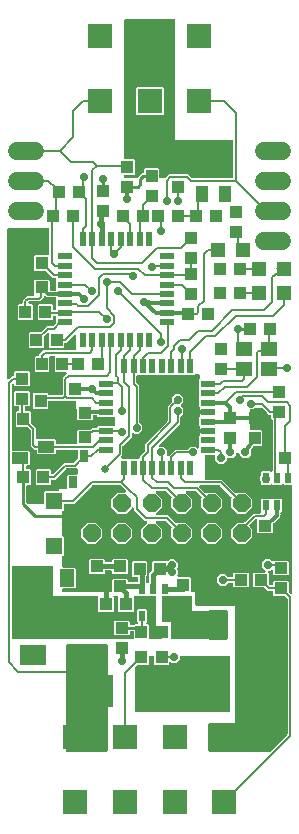
<source format=gbr>
G04 EAGLE Gerber RS-274X export*
G75*
%MOMM*%
%FSLAX34Y34*%
%LPD*%
%INTop Copper*%
%IPPOS*%
%AMOC8*
5,1,8,0,0,1.08239X$1,22.5*%
G01*
%ADD10R,1.100000X1.000000*%
%ADD11R,1.000000X1.100000*%
%ADD12R,0.700000X1.000000*%
%ADD13R,1.270000X0.558800*%
%ADD14R,0.558800X1.270000*%
%ADD15R,1.400000X1.000000*%
%ADD16R,1.200000X1.200000*%
%ADD17R,2.160000X1.780000*%
%ADD18R,1.200000X2.800000*%
%ADD19C,1.524000*%
%ADD20R,0.600000X0.900000*%
%ADD21R,1.400000X1.200000*%
%ADD22R,1.300000X1.500000*%
%ADD23R,2.100000X1.500000*%
%ADD24R,2.400000X1.800000*%
%ADD25R,1.000000X1.400000*%
%ADD26P,1.649562X8X22.500000*%
%ADD27R,1.500000X2.500000*%
%ADD28R,1.400000X1.400000*%
%ADD29C,0.711200*%
%ADD30C,0.203200*%
%ADD31C,0.254000*%
%ADD32C,0.304800*%
%ADD33C,0.406400*%
%ADD34C,0.508000*%
%ADD35R,2.095500X2.095500*%
%ADD36C,0.660400*%

G36*
X225742Y59322D02*
X225742Y59322D01*
X225829Y59325D01*
X225882Y59342D01*
X225937Y59350D01*
X226017Y59385D01*
X226100Y59412D01*
X226139Y59440D01*
X226196Y59466D01*
X226309Y59562D01*
X226373Y59607D01*
X240303Y73537D01*
X240356Y73607D01*
X240416Y73671D01*
X240441Y73720D01*
X240474Y73765D01*
X240505Y73846D01*
X240545Y73924D01*
X240553Y73972D01*
X240576Y74030D01*
X240588Y74178D01*
X240601Y74255D01*
X240601Y188570D01*
X240589Y188656D01*
X240586Y188744D01*
X240569Y188796D01*
X240561Y188851D01*
X240525Y188931D01*
X240498Y189014D01*
X240470Y189054D01*
X240445Y189111D01*
X240349Y189224D01*
X240303Y189288D01*
X238284Y191307D01*
X238214Y191359D01*
X238150Y191419D01*
X238101Y191445D01*
X238057Y191478D01*
X237975Y191509D01*
X237897Y191549D01*
X237850Y191557D01*
X237791Y191579D01*
X237644Y191591D01*
X237566Y191604D01*
X228924Y191604D01*
X228179Y192349D01*
X228179Y194573D01*
X228171Y194631D01*
X228173Y194689D01*
X228151Y194771D01*
X228139Y194855D01*
X228116Y194908D01*
X228101Y194964D01*
X228058Y195037D01*
X228023Y195114D01*
X227985Y195159D01*
X227956Y195209D01*
X227894Y195267D01*
X227840Y195331D01*
X227791Y195363D01*
X227748Y195403D01*
X227673Y195442D01*
X227603Y195489D01*
X227547Y195506D01*
X227495Y195533D01*
X227427Y195544D01*
X227332Y195574D01*
X227232Y195577D01*
X227164Y195588D01*
X224015Y195588D01*
X222378Y197225D01*
X221384Y198219D01*
X221314Y198272D01*
X221250Y198332D01*
X221201Y198357D01*
X221157Y198390D01*
X221075Y198421D01*
X220997Y198461D01*
X220950Y198469D01*
X220891Y198492D01*
X220744Y198504D01*
X220666Y198517D01*
X212024Y198517D01*
X211279Y199261D01*
X211279Y210314D01*
X212024Y211058D01*
X220990Y211058D01*
X221019Y211062D01*
X221048Y211060D01*
X221159Y211082D01*
X221271Y211098D01*
X221298Y211110D01*
X221327Y211116D01*
X221427Y211168D01*
X221531Y211214D01*
X221553Y211233D01*
X221579Y211247D01*
X221661Y211325D01*
X221748Y211398D01*
X221764Y211422D01*
X221785Y211443D01*
X221842Y211540D01*
X221905Y211635D01*
X221914Y211663D01*
X221929Y211688D01*
X221957Y211797D01*
X221991Y211906D01*
X221992Y211935D01*
X221999Y211963D01*
X221995Y212076D01*
X221998Y212190D01*
X221991Y212218D01*
X221990Y212248D01*
X221955Y212355D01*
X221926Y212465D01*
X221912Y212490D01*
X221902Y212518D01*
X221857Y212582D01*
X221781Y212709D01*
X221736Y212752D01*
X221708Y212791D01*
X219011Y215488D01*
X219011Y219487D01*
X221838Y222314D01*
X225837Y222314D01*
X227247Y220904D01*
X227293Y220869D01*
X227334Y220827D01*
X227406Y220784D01*
X227474Y220734D01*
X227528Y220713D01*
X227579Y220683D01*
X227660Y220662D01*
X227739Y220632D01*
X227798Y220627D01*
X227854Y220613D01*
X227939Y220616D01*
X228023Y220609D01*
X228080Y220620D01*
X228138Y220622D01*
X228219Y220648D01*
X228301Y220665D01*
X228353Y220692D01*
X228409Y220710D01*
X228465Y220750D01*
X228554Y220796D01*
X228626Y220864D01*
X228682Y220904D01*
X228924Y221146D01*
X240976Y221146D01*
X241721Y220401D01*
X241721Y209349D01*
X240976Y208604D01*
X228924Y208604D01*
X228179Y209349D01*
X228179Y212552D01*
X228175Y212581D01*
X228178Y212611D01*
X228155Y212722D01*
X228139Y212834D01*
X228127Y212860D01*
X228122Y212889D01*
X228069Y212990D01*
X228023Y213093D01*
X228004Y213116D01*
X227991Y213142D01*
X227913Y213224D01*
X227840Y213310D01*
X227815Y213326D01*
X227795Y213348D01*
X227697Y213405D01*
X227603Y213468D01*
X227575Y213477D01*
X227550Y213491D01*
X227440Y213519D01*
X227332Y213554D01*
X227302Y213554D01*
X227274Y213561D01*
X227161Y213558D01*
X227048Y213561D01*
X227019Y213553D01*
X226990Y213552D01*
X226882Y213518D01*
X226773Y213489D01*
X226747Y213474D01*
X226719Y213465D01*
X226655Y213419D01*
X226528Y213344D01*
X226485Y213298D01*
X226446Y213270D01*
X225837Y212661D01*
X224925Y212661D01*
X224896Y212657D01*
X224867Y212659D01*
X224755Y212637D01*
X224643Y212621D01*
X224617Y212609D01*
X224588Y212603D01*
X224487Y212551D01*
X224384Y212505D01*
X224362Y212486D01*
X224335Y212472D01*
X224253Y212394D01*
X224167Y212321D01*
X224151Y212297D01*
X224129Y212276D01*
X224072Y212179D01*
X224009Y212084D01*
X224000Y212056D01*
X223986Y212031D01*
X223958Y211921D01*
X223924Y211813D01*
X223923Y211784D01*
X223916Y211756D01*
X223919Y211643D01*
X223916Y211529D01*
X223924Y211501D01*
X223925Y211471D01*
X223960Y211363D01*
X223988Y211254D01*
X224003Y211229D01*
X224012Y211201D01*
X224058Y211137D01*
X224133Y211010D01*
X224178Y210968D01*
X224182Y210961D01*
X224185Y210958D01*
X224207Y210928D01*
X224821Y210314D01*
X224821Y201671D01*
X224833Y201585D01*
X224836Y201497D01*
X224853Y201445D01*
X224861Y201390D01*
X224896Y201310D01*
X224923Y201227D01*
X224951Y201187D01*
X224977Y201130D01*
X225073Y201017D01*
X225118Y200953D01*
X225612Y200459D01*
X225682Y200407D01*
X225746Y200347D01*
X225795Y200321D01*
X225840Y200288D01*
X225921Y200257D01*
X225999Y200217D01*
X226047Y200209D01*
X226105Y200187D01*
X226253Y200175D01*
X226330Y200162D01*
X227164Y200162D01*
X227222Y200170D01*
X227280Y200168D01*
X227362Y200190D01*
X227446Y200202D01*
X227499Y200225D01*
X227555Y200240D01*
X227628Y200283D01*
X227705Y200318D01*
X227750Y200356D01*
X227800Y200385D01*
X227858Y200447D01*
X227922Y200501D01*
X227954Y200550D01*
X227994Y200593D01*
X228033Y200668D01*
X228080Y200738D01*
X228097Y200794D01*
X228124Y200846D01*
X228135Y200914D01*
X228165Y201009D01*
X228168Y201109D01*
X228179Y201177D01*
X228179Y203401D01*
X228924Y204146D01*
X240976Y204146D01*
X241721Y203401D01*
X241721Y194759D01*
X241733Y194672D01*
X241736Y194585D01*
X241753Y194532D01*
X241761Y194477D01*
X241796Y194397D01*
X241823Y194314D01*
X241851Y194275D01*
X241877Y194218D01*
X241973Y194105D01*
X242018Y194041D01*
X242741Y193318D01*
X242765Y193300D01*
X242784Y193278D01*
X242878Y193215D01*
X242968Y193147D01*
X242996Y193136D01*
X243020Y193120D01*
X243128Y193086D01*
X243234Y193046D01*
X243263Y193043D01*
X243291Y193034D01*
X243405Y193031D01*
X243517Y193022D01*
X243546Y193028D01*
X243575Y193027D01*
X243685Y193056D01*
X243796Y193078D01*
X243822Y193092D01*
X243850Y193099D01*
X243948Y193157D01*
X244048Y193209D01*
X244070Y193229D01*
X244095Y193244D01*
X244172Y193327D01*
X244254Y193405D01*
X244269Y193430D01*
X244289Y193451D01*
X244341Y193552D01*
X244398Y193650D01*
X244405Y193678D01*
X244419Y193705D01*
X244432Y193782D01*
X244468Y193926D01*
X244466Y193988D01*
X244474Y194036D01*
X244474Y284114D01*
X244466Y284172D01*
X244468Y284230D01*
X244446Y284312D01*
X244434Y284396D01*
X244411Y284449D01*
X244396Y284505D01*
X244353Y284578D01*
X244318Y284655D01*
X244280Y284700D01*
X244251Y284750D01*
X244189Y284808D01*
X244135Y284872D01*
X244086Y284904D01*
X244043Y284944D01*
X243968Y284983D01*
X243898Y285030D01*
X243842Y285047D01*
X243790Y285074D01*
X243722Y285085D01*
X243627Y285115D01*
X243527Y285118D01*
X243459Y285129D01*
X237749Y285129D01*
X237243Y285635D01*
X237196Y285670D01*
X237156Y285713D01*
X237083Y285755D01*
X237016Y285806D01*
X236961Y285827D01*
X236911Y285856D01*
X236829Y285877D01*
X236750Y285907D01*
X236692Y285912D01*
X236635Y285926D01*
X236551Y285924D01*
X236467Y285931D01*
X236409Y285919D01*
X236351Y285917D01*
X236271Y285891D01*
X236188Y285875D01*
X236136Y285848D01*
X236080Y285830D01*
X236024Y285790D01*
X235936Y285744D01*
X235863Y285675D01*
X235807Y285635D01*
X235301Y285129D01*
X228249Y285129D01*
X227743Y285635D01*
X227696Y285670D01*
X227656Y285713D01*
X227583Y285755D01*
X227516Y285806D01*
X227461Y285827D01*
X227411Y285856D01*
X227329Y285877D01*
X227250Y285907D01*
X227192Y285912D01*
X227135Y285926D01*
X227051Y285924D01*
X226967Y285931D01*
X226909Y285919D01*
X226851Y285917D01*
X226771Y285891D01*
X226688Y285875D01*
X226636Y285848D01*
X226580Y285830D01*
X226524Y285790D01*
X226436Y285744D01*
X226363Y285675D01*
X226307Y285635D01*
X225801Y285129D01*
X218749Y285129D01*
X218004Y285874D01*
X218004Y287512D01*
X217992Y287598D01*
X217989Y287686D01*
X217972Y287738D01*
X217964Y287793D01*
X217929Y287873D01*
X217902Y287956D01*
X217874Y287996D01*
X217848Y288053D01*
X217752Y288166D01*
X217707Y288230D01*
X217423Y288513D01*
X217423Y292512D01*
X217707Y292795D01*
X217759Y292865D01*
X217819Y292929D01*
X217845Y292978D01*
X217878Y293023D01*
X217909Y293104D01*
X217949Y293182D01*
X217957Y293230D01*
X217979Y293288D01*
X217991Y293436D01*
X218004Y293513D01*
X218004Y295926D01*
X218749Y296671D01*
X225801Y296671D01*
X226168Y296304D01*
X226191Y296287D01*
X226210Y296264D01*
X226304Y296202D01*
X226395Y296134D01*
X226422Y296123D01*
X226447Y296107D01*
X226555Y296073D01*
X226660Y296032D01*
X226690Y296030D01*
X226718Y296021D01*
X226831Y296018D01*
X226944Y296009D01*
X226972Y296015D01*
X227002Y296014D01*
X227111Y296042D01*
X227223Y296065D01*
X227249Y296078D01*
X227277Y296086D01*
X227374Y296143D01*
X227475Y296196D01*
X227496Y296216D01*
X227521Y296231D01*
X227599Y296313D01*
X227681Y296391D01*
X227696Y296417D01*
X227716Y296438D01*
X227767Y296539D01*
X227825Y296637D01*
X227832Y296665D01*
X227845Y296691D01*
X227858Y296769D01*
X227895Y296912D01*
X227893Y296975D01*
X227901Y297022D01*
X227901Y339844D01*
X227889Y339931D01*
X227886Y340018D01*
X227869Y340071D01*
X227861Y340126D01*
X227825Y340205D01*
X227798Y340289D01*
X227770Y340328D01*
X227745Y340385D01*
X227649Y340498D01*
X227603Y340562D01*
X226592Y341574D01*
X226592Y343798D01*
X226584Y343856D01*
X226585Y343914D01*
X226564Y343996D01*
X226552Y344080D01*
X226528Y344133D01*
X226513Y344189D01*
X226470Y344262D01*
X226436Y344339D01*
X226398Y344384D01*
X226368Y344434D01*
X226306Y344492D01*
X226252Y344556D01*
X226203Y344588D01*
X226161Y344628D01*
X226086Y344667D01*
X226015Y344714D01*
X225960Y344731D01*
X225908Y344758D01*
X225840Y344769D01*
X225744Y344799D01*
X225645Y344802D01*
X225577Y344813D01*
X225040Y344813D01*
X223403Y346450D01*
X219886Y349968D01*
X219816Y350020D01*
X219752Y350080D01*
X219703Y350106D01*
X219659Y350139D01*
X219577Y350170D01*
X219499Y350210D01*
X219451Y350218D01*
X219393Y350240D01*
X219245Y350252D01*
X219168Y350265D01*
X213049Y350265D01*
X212963Y350253D01*
X212875Y350250D01*
X212823Y350233D01*
X212768Y350225D01*
X212688Y350190D01*
X212605Y350163D01*
X212565Y350135D01*
X212508Y350109D01*
X212395Y350013D01*
X212331Y349968D01*
X211549Y349186D01*
X209550Y349186D01*
X209492Y349178D01*
X209434Y349179D01*
X209352Y349158D01*
X209269Y349146D01*
X209215Y349122D01*
X209159Y349107D01*
X209086Y349064D01*
X209009Y349030D01*
X208964Y348992D01*
X208914Y348962D01*
X208856Y348900D01*
X208792Y348846D01*
X208760Y348797D01*
X208720Y348755D01*
X208681Y348680D01*
X208635Y348609D01*
X208617Y348554D01*
X208590Y348502D01*
X208579Y348434D01*
X208549Y348338D01*
X208546Y348239D01*
X208535Y348171D01*
X208535Y332661D01*
X208543Y332603D01*
X208541Y332545D01*
X208563Y332463D01*
X208575Y332379D01*
X208599Y332326D01*
X208613Y332270D01*
X208656Y332197D01*
X208691Y332120D01*
X208729Y332075D01*
X208759Y332025D01*
X208820Y331967D01*
X208875Y331903D01*
X208923Y331871D01*
X208966Y331831D01*
X209041Y331792D01*
X209111Y331745D01*
X209167Y331728D01*
X209219Y331701D01*
X209287Y331690D01*
X209382Y331660D01*
X209482Y331657D01*
X209550Y331646D01*
X218251Y331646D01*
X218996Y330901D01*
X218996Y318849D01*
X218251Y318104D01*
X212186Y318104D01*
X212136Y318097D01*
X212087Y318099D01*
X211996Y318077D01*
X211904Y318064D01*
X211859Y318044D01*
X211810Y318032D01*
X211730Y317986D01*
X211645Y317948D01*
X211607Y317916D01*
X211564Y317891D01*
X211514Y317837D01*
X211428Y317765D01*
X211379Y317691D01*
X211336Y317645D01*
X209780Y315265D01*
X209727Y315152D01*
X209670Y315041D01*
X209667Y315025D01*
X209659Y315008D01*
X209614Y314727D01*
X209616Y314717D01*
X209614Y314709D01*
X209614Y310738D01*
X206787Y307911D01*
X202788Y307911D01*
X199961Y310738D01*
X199961Y311150D01*
X199954Y311199D01*
X199954Y311208D01*
X199953Y311213D01*
X199954Y311266D01*
X199933Y311348D01*
X199921Y311432D01*
X199897Y311485D01*
X199882Y311541D01*
X199839Y311614D01*
X199805Y311691D01*
X199767Y311736D01*
X199737Y311786D01*
X199675Y311844D01*
X199621Y311908D01*
X199572Y311940D01*
X199530Y311980D01*
X199455Y312019D01*
X199384Y312066D01*
X199329Y312083D01*
X199277Y312110D01*
X199209Y312121D01*
X199113Y312151D01*
X199014Y312154D01*
X198946Y312165D01*
X197929Y312165D01*
X197872Y312157D01*
X197813Y312159D01*
X197732Y312137D01*
X197648Y312125D01*
X197595Y312102D01*
X197538Y312087D01*
X197466Y312044D01*
X197389Y312009D01*
X197344Y311971D01*
X197294Y311942D01*
X197236Y311880D01*
X197172Y311826D01*
X197139Y311777D01*
X197099Y311734D01*
X197061Y311659D01*
X197014Y311589D01*
X196996Y311533D01*
X196970Y311481D01*
X196958Y311413D01*
X196928Y311318D01*
X196926Y311218D01*
X196914Y311150D01*
X196914Y310738D01*
X194087Y307911D01*
X189992Y307911D01*
X189934Y307903D01*
X189876Y307904D01*
X189794Y307883D01*
X189710Y307871D01*
X189657Y307847D01*
X189601Y307832D01*
X189528Y307789D01*
X189451Y307755D01*
X189406Y307717D01*
X189356Y307687D01*
X189298Y307625D01*
X189234Y307571D01*
X189202Y307522D01*
X189162Y307480D01*
X189123Y307405D01*
X189076Y307334D01*
X189059Y307279D01*
X189032Y307227D01*
X189021Y307159D01*
X188991Y307063D01*
X188988Y306964D01*
X188977Y306896D01*
X188977Y305976D01*
X186149Y303148D01*
X182151Y303148D01*
X179323Y305976D01*
X179323Y309820D01*
X179315Y309878D01*
X179317Y309936D01*
X179295Y310018D01*
X179283Y310102D01*
X179260Y310155D01*
X179245Y310211D01*
X179202Y310284D01*
X179167Y310361D01*
X179129Y310406D01*
X179100Y310456D01*
X179038Y310514D01*
X178984Y310578D01*
X178935Y310610D01*
X178892Y310650D01*
X178817Y310689D01*
X178747Y310736D01*
X178691Y310753D01*
X178639Y310780D01*
X178571Y310791D01*
X178476Y310821D01*
X178376Y310824D01*
X178308Y310835D01*
X171450Y310835D01*
X171392Y310827D01*
X171334Y310829D01*
X171252Y310807D01*
X171169Y310795D01*
X171115Y310772D01*
X171059Y310757D01*
X170986Y310714D01*
X170909Y310679D01*
X170864Y310641D01*
X170814Y310612D01*
X170756Y310550D01*
X170692Y310496D01*
X170660Y310447D01*
X170620Y310404D01*
X170581Y310329D01*
X170535Y310259D01*
X170517Y310203D01*
X170490Y310151D01*
X170479Y310083D01*
X170449Y309988D01*
X170446Y309888D01*
X170435Y309820D01*
X170435Y290639D01*
X170443Y290582D01*
X170441Y290523D01*
X170463Y290442D01*
X170475Y290358D01*
X170499Y290305D01*
X170513Y290248D01*
X170556Y290176D01*
X170591Y290099D01*
X170629Y290054D01*
X170659Y290004D01*
X170720Y289946D01*
X170775Y289882D01*
X170823Y289849D01*
X170866Y289809D01*
X170941Y289771D01*
X171011Y289724D01*
X171067Y289706D01*
X171119Y289680D01*
X171187Y289668D01*
X171282Y289638D01*
X171382Y289636D01*
X171450Y289624D01*
X185097Y289624D01*
X196225Y278497D01*
X196272Y278461D01*
X196312Y278419D01*
X196385Y278376D01*
X196452Y278326D01*
X196507Y278305D01*
X196557Y278275D01*
X196639Y278254D01*
X196718Y278224D01*
X196776Y278220D01*
X196833Y278205D01*
X196917Y278208D01*
X197001Y278201D01*
X197058Y278212D01*
X197117Y278214D01*
X197197Y278240D01*
X197280Y278257D01*
X197332Y278284D01*
X197387Y278302D01*
X197444Y278342D01*
X197532Y278388D01*
X197605Y278457D01*
X197661Y278497D01*
X197930Y278766D01*
X205295Y278766D01*
X210503Y273558D01*
X210503Y266192D01*
X205295Y260984D01*
X197930Y260984D01*
X192722Y266192D01*
X192722Y273558D01*
X192991Y273827D01*
X193008Y273849D01*
X193029Y273867D01*
X193045Y273892D01*
X193069Y273914D01*
X193111Y273987D01*
X193162Y274054D01*
X193173Y274084D01*
X193187Y274104D01*
X193195Y274129D01*
X193212Y274159D01*
X193233Y274241D01*
X193263Y274320D01*
X193266Y274355D01*
X193272Y274375D01*
X193273Y274398D01*
X193282Y274435D01*
X193280Y274519D01*
X193287Y274603D01*
X193279Y274640D01*
X193280Y274659D01*
X193275Y274679D01*
X193273Y274719D01*
X193247Y274799D01*
X193231Y274882D01*
X193212Y274917D01*
X193208Y274934D01*
X193199Y274950D01*
X193186Y274989D01*
X193146Y275046D01*
X193100Y275134D01*
X193071Y275164D01*
X193063Y275179D01*
X193027Y275212D01*
X192991Y275263D01*
X183500Y284753D01*
X183430Y284806D01*
X183366Y284866D01*
X183317Y284891D01*
X183273Y284924D01*
X183191Y284955D01*
X183113Y284995D01*
X183066Y285003D01*
X183007Y285026D01*
X182860Y285038D01*
X182782Y285051D01*
X166722Y285051D01*
X166693Y285047D01*
X166663Y285049D01*
X166552Y285027D01*
X166440Y285011D01*
X166413Y284999D01*
X166385Y284993D01*
X166284Y284941D01*
X166181Y284895D01*
X166158Y284876D01*
X166132Y284862D01*
X166050Y284784D01*
X165964Y284711D01*
X165948Y284687D01*
X165926Y284666D01*
X165869Y284569D01*
X165806Y284474D01*
X165797Y284446D01*
X165783Y284421D01*
X165755Y284312D01*
X165720Y284203D01*
X165720Y284174D01*
X165712Y284146D01*
X165716Y284033D01*
X165713Y283919D01*
X165721Y283891D01*
X165721Y283861D01*
X165756Y283754D01*
X165785Y283644D01*
X165800Y283619D01*
X165809Y283591D01*
X165854Y283527D01*
X165930Y283400D01*
X165976Y283357D01*
X166004Y283318D01*
X170825Y278497D01*
X170871Y278462D01*
X170912Y278419D01*
X170985Y278376D01*
X171052Y278326D01*
X171107Y278305D01*
X171157Y278275D01*
X171239Y278254D01*
X171318Y278224D01*
X171376Y278220D01*
X171433Y278205D01*
X171517Y278208D01*
X171601Y278201D01*
X171658Y278212D01*
X171717Y278214D01*
X171797Y278240D01*
X171880Y278257D01*
X171932Y278284D01*
X171987Y278302D01*
X172044Y278342D01*
X172132Y278388D01*
X172205Y278457D01*
X172261Y278497D01*
X172530Y278766D01*
X179895Y278766D01*
X185103Y273558D01*
X185103Y266192D01*
X179895Y260984D01*
X172530Y260984D01*
X167322Y266192D01*
X167322Y273558D01*
X167591Y273827D01*
X167608Y273849D01*
X167629Y273867D01*
X167645Y273892D01*
X167669Y273914D01*
X167711Y273987D01*
X167762Y274054D01*
X167773Y274084D01*
X167787Y274104D01*
X167795Y274129D01*
X167812Y274159D01*
X167833Y274241D01*
X167863Y274320D01*
X167866Y274355D01*
X167872Y274375D01*
X167873Y274398D01*
X167882Y274435D01*
X167880Y274519D01*
X167887Y274603D01*
X167879Y274640D01*
X167880Y274659D01*
X167875Y274679D01*
X167873Y274719D01*
X167847Y274799D01*
X167831Y274882D01*
X167812Y274917D01*
X167808Y274934D01*
X167799Y274950D01*
X167786Y274989D01*
X167746Y275046D01*
X167700Y275134D01*
X167671Y275164D01*
X167663Y275179D01*
X167627Y275212D01*
X167591Y275263D01*
X162863Y279991D01*
X162793Y280043D01*
X162729Y280103D01*
X162680Y280129D01*
X162635Y280162D01*
X162554Y280193D01*
X162476Y280233D01*
X162428Y280241D01*
X162370Y280263D01*
X162222Y280275D01*
X162145Y280288D01*
X155424Y280288D01*
X155395Y280284D01*
X155365Y280287D01*
X155254Y280264D01*
X155142Y280248D01*
X155115Y280236D01*
X155087Y280231D01*
X154986Y280179D01*
X154883Y280132D01*
X154860Y280113D01*
X154834Y280100D01*
X154752Y280022D01*
X154666Y279949D01*
X154649Y279924D01*
X154628Y279904D01*
X154571Y279806D01*
X154508Y279712D01*
X154499Y279684D01*
X154484Y279659D01*
X154457Y279549D01*
X154422Y279441D01*
X154422Y279411D01*
X154414Y279383D01*
X154418Y279270D01*
X154415Y279157D01*
X154422Y279128D01*
X154423Y279099D01*
X154458Y278991D01*
X154487Y278882D01*
X154502Y278856D01*
X154511Y278828D01*
X154556Y278765D01*
X154632Y278637D01*
X154678Y278594D01*
X154706Y278555D01*
X159703Y273558D01*
X159703Y266192D01*
X154495Y260984D01*
X147130Y260984D01*
X141922Y266192D01*
X141922Y273558D01*
X142191Y273827D01*
X142208Y273849D01*
X142229Y273867D01*
X142245Y273892D01*
X142269Y273914D01*
X142311Y273987D01*
X142362Y274054D01*
X142373Y274084D01*
X142387Y274104D01*
X142395Y274129D01*
X142412Y274159D01*
X142433Y274241D01*
X142463Y274320D01*
X142466Y274355D01*
X142472Y274375D01*
X142473Y274398D01*
X142482Y274435D01*
X142480Y274519D01*
X142487Y274603D01*
X142479Y274640D01*
X142480Y274659D01*
X142475Y274679D01*
X142473Y274719D01*
X142447Y274799D01*
X142431Y274882D01*
X142412Y274917D01*
X142408Y274934D01*
X142399Y274950D01*
X142386Y274989D01*
X142346Y275045D01*
X142300Y275134D01*
X142271Y275164D01*
X142263Y275179D01*
X142227Y275212D01*
X142191Y275263D01*
X137463Y279991D01*
X137393Y280043D01*
X137329Y280103D01*
X137280Y280129D01*
X137235Y280162D01*
X137154Y280193D01*
X137076Y280233D01*
X137028Y280241D01*
X136970Y280263D01*
X136822Y280275D01*
X136745Y280288D01*
X130024Y280288D01*
X129995Y280284D01*
X129965Y280287D01*
X129854Y280264D01*
X129742Y280248D01*
X129715Y280236D01*
X129687Y280231D01*
X129586Y280179D01*
X129483Y280132D01*
X129460Y280113D01*
X129434Y280100D01*
X129352Y280022D01*
X129266Y279949D01*
X129249Y279924D01*
X129228Y279904D01*
X129171Y279806D01*
X129108Y279712D01*
X129099Y279684D01*
X129084Y279659D01*
X129057Y279549D01*
X129022Y279441D01*
X129022Y279411D01*
X129014Y279383D01*
X129018Y279270D01*
X129015Y279157D01*
X129022Y279128D01*
X129023Y279099D01*
X129058Y278991D01*
X129087Y278882D01*
X129102Y278856D01*
X129111Y278828D01*
X129156Y278765D01*
X129232Y278637D01*
X129278Y278594D01*
X129306Y278555D01*
X134303Y273558D01*
X134303Y266192D01*
X129306Y261195D01*
X129288Y261171D01*
X129266Y261152D01*
X129203Y261058D01*
X129135Y260968D01*
X129124Y260940D01*
X129108Y260916D01*
X129074Y260808D01*
X129034Y260702D01*
X129031Y260673D01*
X129022Y260645D01*
X129019Y260531D01*
X129010Y260419D01*
X129016Y260390D01*
X129015Y260361D01*
X129044Y260251D01*
X129066Y260140D01*
X129079Y260114D01*
X129087Y260086D01*
X129145Y259988D01*
X129197Y259888D01*
X129217Y259866D01*
X129232Y259841D01*
X129315Y259764D01*
X129393Y259682D01*
X129418Y259667D01*
X129439Y259647D01*
X129540Y259595D01*
X129638Y259538D01*
X129666Y259531D01*
X129693Y259517D01*
X129770Y259504D01*
X129914Y259468D01*
X129976Y259470D01*
X130024Y259462D01*
X139060Y259462D01*
X145425Y253097D01*
X145472Y253061D01*
X145512Y253019D01*
X145585Y252976D01*
X145652Y252926D01*
X145707Y252905D01*
X145757Y252875D01*
X145839Y252854D01*
X145918Y252824D01*
X145976Y252820D01*
X146033Y252805D01*
X146117Y252808D01*
X146201Y252801D01*
X146258Y252812D01*
X146317Y252814D01*
X146397Y252840D01*
X146480Y252857D01*
X146532Y252884D01*
X146587Y252902D01*
X146644Y252942D01*
X146732Y252988D01*
X146804Y253056D01*
X146861Y253097D01*
X147130Y253366D01*
X154495Y253366D01*
X159703Y248158D01*
X159703Y240792D01*
X154495Y235584D01*
X147130Y235584D01*
X141922Y240792D01*
X141922Y248158D01*
X142191Y248427D01*
X142226Y248473D01*
X142269Y248514D01*
X142311Y248587D01*
X142362Y248654D01*
X142383Y248709D01*
X142412Y248759D01*
X142433Y248841D01*
X142463Y248920D01*
X142468Y248978D01*
X142482Y249035D01*
X142480Y249119D01*
X142487Y249203D01*
X142475Y249260D01*
X142473Y249319D01*
X142447Y249399D01*
X142431Y249482D01*
X142404Y249534D01*
X142386Y249589D01*
X142346Y249645D01*
X142300Y249734D01*
X142261Y249774D01*
X142248Y249797D01*
X142217Y249827D01*
X142191Y249863D01*
X137463Y254591D01*
X137393Y254643D01*
X137329Y254703D01*
X137280Y254729D01*
X137235Y254762D01*
X137154Y254793D01*
X137076Y254833D01*
X137028Y254841D01*
X136970Y254863D01*
X136822Y254875D01*
X136745Y254888D01*
X130024Y254888D01*
X129995Y254884D01*
X129965Y254887D01*
X129854Y254864D01*
X129742Y254848D01*
X129715Y254836D01*
X129687Y254831D01*
X129586Y254779D01*
X129483Y254732D01*
X129460Y254713D01*
X129434Y254700D01*
X129352Y254622D01*
X129266Y254549D01*
X129249Y254524D01*
X129228Y254504D01*
X129171Y254406D01*
X129108Y254312D01*
X129099Y254284D01*
X129084Y254259D01*
X129057Y254149D01*
X129022Y254041D01*
X129022Y254011D01*
X129014Y253983D01*
X129018Y253870D01*
X129015Y253757D01*
X129022Y253728D01*
X129023Y253699D01*
X129058Y253591D01*
X129087Y253482D01*
X129102Y253456D01*
X129111Y253428D01*
X129156Y253365D01*
X129232Y253237D01*
X129278Y253194D01*
X129306Y253155D01*
X134303Y248158D01*
X134303Y240792D01*
X129095Y235584D01*
X121730Y235584D01*
X116522Y240792D01*
X116522Y248158D01*
X121519Y253155D01*
X121537Y253179D01*
X121559Y253198D01*
X121622Y253292D01*
X121690Y253382D01*
X121701Y253410D01*
X121717Y253434D01*
X121751Y253542D01*
X121791Y253648D01*
X121794Y253677D01*
X121803Y253705D01*
X121806Y253819D01*
X121815Y253931D01*
X121809Y253960D01*
X121810Y253989D01*
X121781Y254099D01*
X121759Y254210D01*
X121746Y254236D01*
X121738Y254264D01*
X121680Y254362D01*
X121628Y254462D01*
X121608Y254484D01*
X121593Y254509D01*
X121510Y254586D01*
X121432Y254668D01*
X121407Y254683D01*
X121386Y254703D01*
X121285Y254755D01*
X121187Y254812D01*
X121159Y254819D01*
X121132Y254833D01*
X121055Y254846D01*
X120911Y254882D01*
X120849Y254880D01*
X120801Y254888D01*
X119703Y254888D01*
X110426Y264165D01*
X110426Y265264D01*
X110422Y265293D01*
X110424Y265322D01*
X110402Y265433D01*
X110386Y265545D01*
X110374Y265572D01*
X110368Y265601D01*
X110316Y265701D01*
X110270Y265805D01*
X110251Y265827D01*
X110237Y265853D01*
X110159Y265935D01*
X110086Y266022D01*
X110062Y266038D01*
X110041Y266059D01*
X109944Y266117D01*
X109849Y266179D01*
X109821Y266188D01*
X109796Y266203D01*
X109687Y266231D01*
X109578Y266265D01*
X109549Y266266D01*
X109521Y266273D01*
X109408Y266270D01*
X109294Y266272D01*
X109266Y266265D01*
X109236Y266264D01*
X109129Y266229D01*
X109019Y266201D01*
X108994Y266186D01*
X108966Y266177D01*
X108902Y266131D01*
X108775Y266055D01*
X108732Y266010D01*
X108693Y265982D01*
X103695Y260984D01*
X96330Y260984D01*
X91122Y266192D01*
X91122Y273558D01*
X96330Y278766D01*
X102845Y278766D01*
X102892Y278772D01*
X102940Y278770D01*
X103032Y278792D01*
X103127Y278806D01*
X103170Y278825D01*
X103216Y278836D01*
X103299Y278883D01*
X103386Y278922D01*
X103422Y278952D01*
X103464Y278976D01*
X103530Y279044D01*
X103603Y279105D01*
X103629Y279145D01*
X103663Y279179D01*
X103708Y279263D01*
X103761Y279342D01*
X103775Y279387D01*
X103797Y279429D01*
X103818Y279522D01*
X103846Y279613D01*
X103848Y279661D01*
X103858Y279707D01*
X103851Y279802D01*
X103854Y279897D01*
X103842Y279943D01*
X103839Y279991D01*
X103806Y280080D01*
X103782Y280172D01*
X103758Y280213D01*
X103741Y280258D01*
X103696Y280317D01*
X103637Y280417D01*
X103575Y280475D01*
X103537Y280524D01*
X98968Y284779D01*
X98911Y284818D01*
X98860Y284866D01*
X98795Y284899D01*
X98734Y284941D01*
X98669Y284964D01*
X98607Y284995D01*
X98546Y285006D01*
X98465Y285033D01*
X98350Y285038D01*
X98276Y285051D01*
X75980Y285051D01*
X75894Y285039D01*
X75806Y285036D01*
X75754Y285019D01*
X75699Y285011D01*
X75619Y284975D01*
X75536Y284948D01*
X75496Y284920D01*
X75439Y284895D01*
X75326Y284799D01*
X75262Y284753D01*
X59635Y269126D01*
X52148Y269126D01*
X52091Y269118D01*
X52032Y269119D01*
X51951Y269098D01*
X51867Y269086D01*
X51814Y269062D01*
X51757Y269047D01*
X51685Y269004D01*
X51608Y268970D01*
X51563Y268932D01*
X51513Y268902D01*
X51455Y268840D01*
X51391Y268786D01*
X51358Y268737D01*
X51318Y268695D01*
X51280Y268620D01*
X51233Y268549D01*
X51215Y268494D01*
X51189Y268442D01*
X51177Y268374D01*
X51147Y268278D01*
X51145Y268179D01*
X51133Y268111D01*
X51133Y263886D01*
X50167Y262919D01*
X50164Y262918D01*
X50150Y262903D01*
X50092Y262844D01*
X50090Y262843D01*
X50042Y262802D01*
X50010Y262753D01*
X49970Y262711D01*
X49931Y262636D01*
X49885Y262565D01*
X49867Y262510D01*
X49840Y262458D01*
X49829Y262390D01*
X49799Y262294D01*
X49796Y262195D01*
X49785Y262127D01*
X49785Y242698D01*
X49793Y242641D01*
X49791Y242582D01*
X49813Y242501D01*
X49825Y242417D01*
X49849Y242364D01*
X49863Y242307D01*
X49906Y242235D01*
X49941Y242158D01*
X49979Y242113D01*
X50009Y242063D01*
X50070Y242005D01*
X50125Y241941D01*
X50146Y241927D01*
X51133Y240939D01*
X51133Y225886D01*
X50167Y224919D01*
X50164Y224918D01*
X50150Y224903D01*
X50092Y224844D01*
X50090Y224843D01*
X50042Y224802D01*
X50010Y224753D01*
X49970Y224711D01*
X49931Y224636D01*
X49885Y224565D01*
X49867Y224510D01*
X49840Y224458D01*
X49829Y224390D01*
X49799Y224294D01*
X49796Y224195D01*
X49785Y224127D01*
X49785Y216161D01*
X49793Y216103D01*
X49791Y216045D01*
X49813Y215963D01*
X49825Y215879D01*
X49849Y215826D01*
X49863Y215770D01*
X49906Y215697D01*
X49941Y215620D01*
X49979Y215575D01*
X50009Y215525D01*
X50070Y215467D01*
X50125Y215403D01*
X50173Y215371D01*
X50216Y215331D01*
X50291Y215292D01*
X50361Y215245D01*
X50417Y215228D01*
X50469Y215201D01*
X50537Y215190D01*
X50632Y215160D01*
X50732Y215157D01*
X50800Y215146D01*
X60976Y215146D01*
X61721Y214401D01*
X61721Y198349D01*
X60976Y197604D01*
X50800Y197604D01*
X50742Y197596D01*
X50684Y197598D01*
X50602Y197576D01*
X50519Y197564D01*
X50465Y197541D01*
X50409Y197526D01*
X50336Y197483D01*
X50259Y197448D01*
X50214Y197410D01*
X50164Y197381D01*
X50106Y197319D01*
X50042Y197265D01*
X50010Y197216D01*
X49970Y197173D01*
X49931Y197098D01*
X49885Y197028D01*
X49867Y196972D01*
X49840Y196920D01*
X49829Y196852D01*
X49799Y196757D01*
X49796Y196657D01*
X49785Y196589D01*
X49785Y195263D01*
X49793Y195205D01*
X49791Y195146D01*
X49813Y195065D01*
X49825Y194981D01*
X49849Y194928D01*
X49863Y194871D01*
X49906Y194799D01*
X49941Y194722D01*
X49979Y194677D01*
X50009Y194627D01*
X50070Y194569D01*
X50125Y194505D01*
X50173Y194472D01*
X50216Y194432D01*
X50291Y194394D01*
X50361Y194347D01*
X50417Y194329D01*
X50469Y194303D01*
X50537Y194291D01*
X50632Y194261D01*
X50732Y194259D01*
X50800Y194247D01*
X90639Y194247D01*
X90697Y194255D01*
X90755Y194254D01*
X90837Y194275D01*
X90921Y194287D01*
X90974Y194311D01*
X91030Y194326D01*
X91103Y194369D01*
X91180Y194403D01*
X91225Y194441D01*
X91275Y194471D01*
X91333Y194533D01*
X91397Y194587D01*
X91429Y194636D01*
X91469Y194678D01*
X91508Y194753D01*
X91555Y194824D01*
X91572Y194879D01*
X91599Y194931D01*
X91610Y194999D01*
X91640Y195095D01*
X91643Y195194D01*
X91654Y195263D01*
X91654Y204989D01*
X92399Y205733D01*
X104451Y205733D01*
X105196Y204989D01*
X105196Y203780D01*
X105204Y203723D01*
X105202Y203664D01*
X105224Y203583D01*
X105236Y203499D01*
X105259Y203446D01*
X105274Y203389D01*
X105317Y203317D01*
X105352Y203240D01*
X105390Y203195D01*
X105419Y203145D01*
X105481Y203087D01*
X105535Y203023D01*
X105584Y202990D01*
X105627Y202950D01*
X105702Y202912D01*
X105772Y202865D01*
X105828Y202847D01*
X105880Y202821D01*
X105948Y202809D01*
X106043Y202779D01*
X106143Y202777D01*
X106211Y202765D01*
X113182Y202765D01*
X113240Y202773D01*
X113298Y202772D01*
X113380Y202793D01*
X113464Y202805D01*
X113517Y202829D01*
X113573Y202844D01*
X113646Y202887D01*
X113723Y202921D01*
X113768Y202959D01*
X113818Y202989D01*
X113876Y203051D01*
X113940Y203105D01*
X113972Y203154D01*
X114012Y203196D01*
X114051Y203271D01*
X114098Y203342D01*
X114115Y203397D01*
X114142Y203449D01*
X114153Y203517D01*
X114183Y203613D01*
X114186Y203712D01*
X114197Y203780D01*
X114197Y206527D01*
X114189Y206584D01*
X114191Y206637D01*
X114190Y206638D01*
X114191Y206643D01*
X114169Y206724D01*
X114157Y206808D01*
X114134Y206861D01*
X114119Y206918D01*
X114076Y206990D01*
X114041Y207067D01*
X114003Y207112D01*
X113974Y207162D01*
X113912Y207220D01*
X113858Y207284D01*
X113809Y207317D01*
X113766Y207357D01*
X113691Y207395D01*
X113621Y207442D01*
X113565Y207460D01*
X113513Y207486D01*
X113445Y207498D01*
X113350Y207528D01*
X113250Y207530D01*
X113182Y207542D01*
X109799Y207542D01*
X109054Y208286D01*
X109054Y220339D01*
X109799Y221083D01*
X120851Y221083D01*
X121596Y220339D01*
X121596Y208286D01*
X121100Y207790D01*
X121048Y207721D01*
X120988Y207657D01*
X120962Y207607D01*
X120929Y207563D01*
X120898Y207482D01*
X120858Y207404D01*
X120850Y207356D01*
X120828Y207298D01*
X120816Y207150D01*
X120803Y207073D01*
X120803Y203652D01*
X120815Y203566D01*
X120818Y203478D01*
X120835Y203426D01*
X120843Y203371D01*
X120878Y203291D01*
X120905Y203208D01*
X120933Y203169D01*
X120959Y203111D01*
X121055Y202998D01*
X121100Y202935D01*
X121532Y202502D01*
X121579Y202467D01*
X121619Y202425D01*
X121692Y202382D01*
X121759Y202332D01*
X121814Y202311D01*
X121864Y202281D01*
X121946Y202260D01*
X122025Y202230D01*
X122083Y202226D01*
X122140Y202211D01*
X122224Y202214D01*
X122308Y202207D01*
X122366Y202218D01*
X122424Y202220D01*
X122504Y202246D01*
X122587Y202263D01*
X122639Y202290D01*
X122695Y202308D01*
X122751Y202348D01*
X122839Y202394D01*
X122912Y202462D01*
X122968Y202502D01*
X123400Y202935D01*
X123452Y203004D01*
X123512Y203068D01*
X123538Y203118D01*
X123571Y203162D01*
X123602Y203243D01*
X123642Y203321D01*
X123650Y203369D01*
X123672Y203427D01*
X123684Y203575D01*
X123697Y203652D01*
X123697Y210356D01*
X125757Y212415D01*
X125809Y212485D01*
X125869Y212549D01*
X125895Y212598D01*
X125928Y212642D01*
X125959Y212724D01*
X125999Y212802D01*
X126007Y212850D01*
X126029Y212908D01*
X126041Y213056D01*
X126054Y213133D01*
X126054Y220339D01*
X126799Y221083D01*
X137851Y221083D01*
X138030Y220904D01*
X138077Y220869D01*
X138117Y220827D01*
X138190Y220784D01*
X138257Y220734D01*
X138312Y220713D01*
X138362Y220683D01*
X138444Y220662D01*
X138523Y220632D01*
X138581Y220627D01*
X138638Y220613D01*
X138722Y220616D01*
X138806Y220609D01*
X138864Y220620D01*
X138922Y220622D01*
X139002Y220648D01*
X139085Y220665D01*
X139137Y220692D01*
X139193Y220710D01*
X139249Y220750D01*
X139337Y220796D01*
X139410Y220864D01*
X139466Y220904D01*
X140876Y222314D01*
X144874Y222314D01*
X147702Y219487D01*
X147702Y215488D01*
X147244Y215030D01*
X147209Y214984D01*
X147166Y214943D01*
X147124Y214870D01*
X147073Y214803D01*
X147052Y214749D01*
X147023Y214698D01*
X147002Y214616D01*
X146972Y214538D01*
X146967Y214479D01*
X146953Y214423D01*
X146955Y214338D01*
X146948Y214254D01*
X146960Y214197D01*
X146962Y214138D01*
X146988Y214058D01*
X147004Y213975D01*
X147031Y213924D01*
X147049Y213868D01*
X147089Y213812D01*
X147135Y213723D01*
X147204Y213651D01*
X147244Y213595D01*
X147702Y213137D01*
X147702Y209138D01*
X147655Y209091D01*
X147637Y209068D01*
X147615Y209049D01*
X147552Y208955D01*
X147484Y208864D01*
X147474Y208837D01*
X147457Y208812D01*
X147423Y208704D01*
X147383Y208599D01*
X147380Y208569D01*
X147371Y208541D01*
X147369Y208428D01*
X147359Y208315D01*
X147365Y208286D01*
X147364Y208257D01*
X147393Y208148D01*
X147415Y208037D01*
X147429Y208010D01*
X147436Y207982D01*
X147494Y207885D01*
X147546Y207784D01*
X147566Y207763D01*
X147581Y207738D01*
X147664Y207660D01*
X147742Y207578D01*
X147767Y207563D01*
X147789Y207543D01*
X147889Y207492D01*
X147987Y207434D01*
X148016Y207427D01*
X148042Y207414D01*
X148119Y207401D01*
X148263Y207364D01*
X148325Y207366D01*
X148373Y207358D01*
X157926Y207358D01*
X158671Y206614D01*
X158671Y195263D01*
X158679Y195205D01*
X158677Y195146D01*
X158699Y195065D01*
X158711Y194981D01*
X158734Y194928D01*
X158749Y194871D01*
X158792Y194799D01*
X158827Y194722D01*
X158865Y194677D01*
X158894Y194627D01*
X158956Y194569D01*
X159010Y194505D01*
X159059Y194472D01*
X159102Y194432D01*
X159177Y194394D01*
X159247Y194347D01*
X159303Y194329D01*
X159355Y194303D01*
X159423Y194291D01*
X159518Y194261D01*
X159618Y194259D01*
X159686Y194247D01*
X162497Y194247D01*
X162497Y184150D01*
X162505Y184098D01*
X162504Y184069D01*
X162505Y184066D01*
X162504Y184034D01*
X162525Y183952D01*
X162537Y183869D01*
X162561Y183815D01*
X162576Y183759D01*
X162619Y183686D01*
X162653Y183609D01*
X162691Y183564D01*
X162721Y183514D01*
X162783Y183456D01*
X162837Y183392D01*
X162886Y183360D01*
X162928Y183320D01*
X163003Y183281D01*
X163074Y183235D01*
X163129Y183217D01*
X163181Y183190D01*
X163249Y183179D01*
X163345Y183149D01*
X163444Y183146D01*
X163513Y183135D01*
X195835Y183135D01*
X195835Y83565D01*
X174625Y83565D01*
X174567Y83557D01*
X174509Y83559D01*
X174427Y83537D01*
X174344Y83525D01*
X174290Y83502D01*
X174234Y83487D01*
X174161Y83444D01*
X174084Y83409D01*
X174039Y83371D01*
X173989Y83342D01*
X173931Y83280D01*
X173867Y83226D01*
X173835Y83177D01*
X173795Y83134D01*
X173756Y83059D01*
X173710Y82989D01*
X173692Y82933D01*
X173665Y82881D01*
X173654Y82813D01*
X173624Y82718D01*
X173621Y82618D01*
X173610Y82550D01*
X173610Y60325D01*
X173618Y60267D01*
X173616Y60209D01*
X173638Y60127D01*
X173650Y60044D01*
X173674Y59990D01*
X173688Y59934D01*
X173731Y59861D01*
X173766Y59784D01*
X173804Y59739D01*
X173834Y59689D01*
X173895Y59631D01*
X173950Y59567D01*
X173998Y59535D01*
X174041Y59495D01*
X174116Y59456D01*
X174186Y59410D01*
X174242Y59392D01*
X174294Y59365D01*
X174362Y59354D01*
X174457Y59324D01*
X174557Y59321D01*
X174625Y59310D01*
X225655Y59310D01*
X225742Y59322D01*
G37*
G36*
X33634Y268868D02*
X33634Y268868D01*
X33693Y268866D01*
X33774Y268888D01*
X33858Y268900D01*
X33911Y268924D01*
X33968Y268938D01*
X34040Y268981D01*
X34117Y269016D01*
X34162Y269054D01*
X34212Y269084D01*
X34270Y269145D01*
X34334Y269200D01*
X34367Y269248D01*
X34407Y269291D01*
X34445Y269366D01*
X34492Y269436D01*
X34510Y269492D01*
X34536Y269544D01*
X34548Y269612D01*
X34578Y269707D01*
X34580Y269807D01*
X34592Y269875D01*
X34592Y278939D01*
X35336Y279683D01*
X46038Y279683D01*
X46095Y279691D01*
X46154Y279690D01*
X46235Y279711D01*
X46319Y279723D01*
X46372Y279747D01*
X46429Y279762D01*
X46501Y279805D01*
X46578Y279839D01*
X46623Y279877D01*
X46673Y279907D01*
X46731Y279969D01*
X46795Y280023D01*
X46828Y280072D01*
X46868Y280114D01*
X46906Y280189D01*
X46953Y280260D01*
X46971Y280315D01*
X46997Y280367D01*
X47009Y280435D01*
X47039Y280531D01*
X47041Y280630D01*
X47053Y280698D01*
X47053Y281560D01*
X52952Y281560D01*
X53009Y281568D01*
X53068Y281566D01*
X53149Y281588D01*
X53233Y281600D01*
X53286Y281624D01*
X53343Y281638D01*
X53415Y281681D01*
X53492Y281716D01*
X53537Y281754D01*
X53587Y281784D01*
X53645Y281845D01*
X53709Y281900D01*
X53742Y281948D01*
X53782Y281991D01*
X53820Y282066D01*
X53867Y282136D01*
X53885Y282192D01*
X53911Y282244D01*
X53923Y282312D01*
X53953Y282407D01*
X53955Y282507D01*
X53967Y282575D01*
X53967Y292976D01*
X54711Y293721D01*
X61913Y293721D01*
X61970Y293729D01*
X62029Y293727D01*
X62110Y293749D01*
X62194Y293761D01*
X62247Y293784D01*
X62304Y293799D01*
X62376Y293842D01*
X62453Y293877D01*
X62498Y293915D01*
X62548Y293944D01*
X62606Y294006D01*
X62670Y294060D01*
X62703Y294109D01*
X62743Y294152D01*
X62781Y294227D01*
X62828Y294297D01*
X62846Y294353D01*
X62872Y294405D01*
X62884Y294473D01*
X62914Y294568D01*
X62916Y294668D01*
X62928Y294736D01*
X62928Y298455D01*
X62924Y298484D01*
X62926Y298514D01*
X62904Y298625D01*
X62888Y298737D01*
X62876Y298764D01*
X62870Y298792D01*
X62818Y298893D01*
X62772Y298996D01*
X62753Y299019D01*
X62739Y299045D01*
X62661Y299127D01*
X62588Y299213D01*
X62564Y299229D01*
X62543Y299251D01*
X62446Y299308D01*
X62351Y299371D01*
X62323Y299380D01*
X62298Y299394D01*
X62189Y299422D01*
X62080Y299457D01*
X62051Y299457D01*
X62023Y299465D01*
X61910Y299461D01*
X61796Y299464D01*
X61768Y299456D01*
X61738Y299456D01*
X61631Y299421D01*
X61521Y299392D01*
X61496Y299377D01*
X61468Y299368D01*
X61426Y299338D01*
X53755Y299338D01*
X53669Y299326D01*
X53581Y299323D01*
X53529Y299306D01*
X53474Y299298D01*
X53394Y299263D01*
X53311Y299236D01*
X53271Y299208D01*
X53214Y299182D01*
X53101Y299086D01*
X53037Y299041D01*
X43810Y289813D01*
X41186Y289813D01*
X41128Y289805D01*
X41070Y289807D01*
X40988Y289785D01*
X40904Y289773D01*
X40851Y289750D01*
X40795Y289735D01*
X40722Y289692D01*
X40645Y289657D01*
X40600Y289619D01*
X40550Y289590D01*
X40492Y289528D01*
X40428Y289474D01*
X40396Y289425D01*
X40356Y289382D01*
X40317Y289307D01*
X40270Y289237D01*
X40253Y289181D01*
X40226Y289129D01*
X40215Y289061D01*
X40185Y288966D01*
X40182Y288866D01*
X40171Y288798D01*
X40171Y286074D01*
X39426Y285329D01*
X28374Y285329D01*
X27629Y286074D01*
X27629Y298126D01*
X28374Y298871D01*
X39426Y298871D01*
X40171Y298126D01*
X40171Y295402D01*
X40179Y295344D01*
X40177Y295286D01*
X40199Y295204D01*
X40211Y295120D01*
X40234Y295067D01*
X40249Y295011D01*
X40292Y294938D01*
X40327Y294861D01*
X40365Y294816D01*
X40394Y294766D01*
X40456Y294708D01*
X40510Y294644D01*
X40559Y294612D01*
X40602Y294572D01*
X40677Y294533D01*
X40747Y294486D01*
X40803Y294469D01*
X40855Y294442D01*
X40923Y294431D01*
X41018Y294401D01*
X41118Y294398D01*
X41186Y294387D01*
X41495Y294387D01*
X41581Y294399D01*
X41669Y294402D01*
X41721Y294419D01*
X41776Y294427D01*
X41856Y294462D01*
X41939Y294489D01*
X41979Y294517D01*
X42036Y294543D01*
X42149Y294639D01*
X42213Y294684D01*
X51440Y303912D01*
X59045Y303912D01*
X59131Y303924D01*
X59219Y303927D01*
X59271Y303944D01*
X59326Y303952D01*
X59406Y303987D01*
X59489Y304014D01*
X59529Y304042D01*
X59586Y304068D01*
X59699Y304164D01*
X59763Y304209D01*
X62630Y307077D01*
X62683Y307147D01*
X62743Y307211D01*
X62768Y307260D01*
X62801Y307304D01*
X62832Y307386D01*
X62872Y307464D01*
X62880Y307511D01*
X62903Y307570D01*
X62915Y307717D01*
X62928Y307795D01*
X62928Y314198D01*
X62920Y314256D01*
X62921Y314314D01*
X62900Y314396D01*
X62888Y314480D01*
X62864Y314533D01*
X62849Y314589D01*
X62806Y314662D01*
X62772Y314739D01*
X62734Y314784D01*
X62704Y314834D01*
X62642Y314892D01*
X62588Y314956D01*
X62539Y314988D01*
X62497Y315028D01*
X62422Y315067D01*
X62351Y315114D01*
X62296Y315131D01*
X62244Y315158D01*
X62176Y315169D01*
X62080Y315199D01*
X61981Y315202D01*
X61913Y315213D01*
X45686Y315213D01*
X45628Y315205D01*
X45570Y315207D01*
X45488Y315185D01*
X45404Y315173D01*
X45351Y315150D01*
X45295Y315135D01*
X45222Y315092D01*
X45145Y315057D01*
X45100Y315019D01*
X45050Y314990D01*
X44992Y314928D01*
X44928Y314874D01*
X44896Y314825D01*
X44856Y314782D01*
X44817Y314707D01*
X44770Y314637D01*
X44753Y314581D01*
X44726Y314529D01*
X44715Y314461D01*
X44685Y314366D01*
X44682Y314266D01*
X44671Y314198D01*
X44671Y311974D01*
X43926Y311229D01*
X28874Y311229D01*
X28129Y311974D01*
X28129Y314198D01*
X28121Y314256D01*
X28123Y314314D01*
X28101Y314396D01*
X28089Y314480D01*
X28066Y314533D01*
X28051Y314589D01*
X28008Y314662D01*
X27973Y314739D01*
X27935Y314784D01*
X27906Y314834D01*
X27844Y314892D01*
X27790Y314956D01*
X27741Y314988D01*
X27698Y315028D01*
X27623Y315067D01*
X27553Y315114D01*
X27497Y315131D01*
X27445Y315158D01*
X27377Y315169D01*
X27282Y315199D01*
X27182Y315202D01*
X27114Y315213D01*
X26040Y315213D01*
X23113Y318140D01*
X23113Y331445D01*
X23101Y331531D01*
X23098Y331619D01*
X23081Y331671D01*
X23073Y331726D01*
X23038Y331806D01*
X23011Y331889D01*
X22983Y331929D01*
X22957Y331986D01*
X22861Y332099D01*
X22816Y332163D01*
X20734Y334244D01*
X20664Y334297D01*
X20600Y334357D01*
X20551Y334382D01*
X20507Y334415D01*
X20425Y334446D01*
X20347Y334486D01*
X20300Y334494D01*
X20241Y334517D01*
X20094Y334529D01*
X20016Y334542D01*
X11374Y334542D01*
X10629Y335286D01*
X10629Y347339D01*
X11374Y348083D01*
X12573Y348083D01*
X12631Y348091D01*
X12689Y348090D01*
X12771Y348111D01*
X12855Y348123D01*
X12908Y348147D01*
X12964Y348162D01*
X13037Y348205D01*
X13114Y348239D01*
X13159Y348277D01*
X13209Y348307D01*
X13267Y348369D01*
X13331Y348423D01*
X13363Y348472D01*
X13403Y348514D01*
X13442Y348589D01*
X13489Y348660D01*
X13506Y348715D01*
X13533Y348767D01*
X13544Y348835D01*
X13574Y348931D01*
X13577Y349030D01*
X13588Y349098D01*
X13588Y350927D01*
X13580Y350984D01*
X13582Y351043D01*
X13560Y351124D01*
X13548Y351208D01*
X13525Y351261D01*
X13510Y351318D01*
X13467Y351390D01*
X13432Y351467D01*
X13394Y351512D01*
X13365Y351562D01*
X13303Y351620D01*
X13249Y351684D01*
X13200Y351717D01*
X13157Y351757D01*
X13082Y351795D01*
X13012Y351842D01*
X12956Y351860D01*
X12904Y351886D01*
X12836Y351898D01*
X12741Y351928D01*
X12641Y351930D01*
X12573Y351942D01*
X9849Y351942D01*
X9104Y352686D01*
X9104Y363739D01*
X9849Y364483D01*
X21901Y364483D01*
X22646Y363739D01*
X22646Y352686D01*
X21901Y351942D01*
X19177Y351942D01*
X19119Y351934D01*
X19061Y351935D01*
X18979Y351914D01*
X18895Y351902D01*
X18842Y351878D01*
X18786Y351863D01*
X18713Y351820D01*
X18636Y351786D01*
X18591Y351748D01*
X18541Y351718D01*
X18483Y351656D01*
X18419Y351602D01*
X18387Y351553D01*
X18347Y351511D01*
X18308Y351436D01*
X18261Y351365D01*
X18244Y351310D01*
X18217Y351258D01*
X18206Y351190D01*
X18176Y351094D01*
X18173Y350995D01*
X18162Y350927D01*
X18162Y349098D01*
X18170Y349041D01*
X18168Y348982D01*
X18190Y348901D01*
X18202Y348817D01*
X18225Y348764D01*
X18240Y348707D01*
X18283Y348635D01*
X18318Y348558D01*
X18356Y348513D01*
X18385Y348463D01*
X18447Y348405D01*
X18501Y348341D01*
X18550Y348308D01*
X18593Y348268D01*
X18668Y348230D01*
X18738Y348183D01*
X18794Y348165D01*
X18846Y348139D01*
X18914Y348127D01*
X19009Y348097D01*
X19109Y348095D01*
X19177Y348083D01*
X22426Y348083D01*
X23171Y347339D01*
X23171Y338696D01*
X23183Y338610D01*
X23186Y338522D01*
X23203Y338470D01*
X23211Y338415D01*
X23246Y338335D01*
X23273Y338252D01*
X23301Y338212D01*
X23327Y338155D01*
X23423Y338042D01*
X23468Y337978D01*
X27687Y333760D01*
X27687Y324786D01*
X27695Y324728D01*
X27693Y324670D01*
X27715Y324588D01*
X27727Y324504D01*
X27750Y324451D01*
X27765Y324395D01*
X27808Y324322D01*
X27843Y324245D01*
X27881Y324200D01*
X27910Y324150D01*
X27972Y324092D01*
X28026Y324028D01*
X28075Y323996D01*
X28118Y323956D01*
X28193Y323917D01*
X28263Y323870D01*
X28319Y323853D01*
X28371Y323826D01*
X28439Y323815D01*
X28534Y323785D01*
X28634Y323782D01*
X28702Y323771D01*
X43926Y323771D01*
X44671Y323026D01*
X44671Y320802D01*
X44679Y320744D01*
X44677Y320686D01*
X44699Y320604D01*
X44711Y320520D01*
X44734Y320467D01*
X44749Y320411D01*
X44792Y320338D01*
X44827Y320261D01*
X44865Y320216D01*
X44894Y320166D01*
X44956Y320108D01*
X45010Y320044D01*
X45059Y320012D01*
X45102Y319972D01*
X45177Y319933D01*
X45247Y319886D01*
X45303Y319869D01*
X45355Y319842D01*
X45423Y319831D01*
X45518Y319801D01*
X45618Y319798D01*
X45686Y319787D01*
X61039Y319787D01*
X61097Y319795D01*
X61155Y319793D01*
X61237Y319815D01*
X61321Y319827D01*
X61374Y319850D01*
X61430Y319865D01*
X61503Y319908D01*
X61580Y319943D01*
X61625Y319981D01*
X61675Y320010D01*
X61733Y320072D01*
X61797Y320126D01*
X61829Y320175D01*
X61869Y320218D01*
X61908Y320293D01*
X61955Y320363D01*
X61972Y320419D01*
X61999Y320471D01*
X62010Y320539D01*
X62040Y320634D01*
X62043Y320734D01*
X62054Y320802D01*
X62054Y330964D01*
X62799Y331708D01*
X72837Y331708D01*
X72861Y331712D01*
X72884Y331709D01*
X73001Y331731D01*
X73119Y331748D01*
X73140Y331758D01*
X73163Y331762D01*
X73231Y331798D01*
X73378Y331864D01*
X73421Y331900D01*
X73459Y331921D01*
X74309Y332580D01*
X74361Y332633D01*
X74406Y332664D01*
X74958Y333217D01*
X75027Y333227D01*
X75048Y333236D01*
X75072Y333241D01*
X75139Y333277D01*
X75177Y333294D01*
X75956Y333195D01*
X76029Y333196D01*
X76084Y333187D01*
X78613Y333187D01*
X78671Y333195D01*
X78729Y333193D01*
X78811Y333215D01*
X78895Y333227D01*
X78948Y333250D01*
X79004Y333265D01*
X79077Y333308D01*
X79154Y333343D01*
X79199Y333381D01*
X79249Y333410D01*
X79307Y333472D01*
X79371Y333526D01*
X79403Y333575D01*
X79443Y333618D01*
X79482Y333693D01*
X79529Y333763D01*
X79546Y333819D01*
X79573Y333871D01*
X79584Y333939D01*
X79614Y334034D01*
X79617Y334134D01*
X79628Y334202D01*
X79628Y334220D01*
X80373Y334965D01*
X93663Y334965D01*
X93720Y334973D01*
X93779Y334971D01*
X93860Y334993D01*
X93944Y335005D01*
X93997Y335028D01*
X94054Y335043D01*
X94126Y335086D01*
X94203Y335121D01*
X94248Y335159D01*
X94298Y335188D01*
X94356Y335250D01*
X94420Y335304D01*
X94453Y335353D01*
X94493Y335396D01*
X94531Y335471D01*
X94578Y335541D01*
X94596Y335597D01*
X94622Y335649D01*
X94634Y335717D01*
X94664Y335812D01*
X94666Y335912D01*
X94678Y335980D01*
X94678Y341820D01*
X94670Y341878D01*
X94671Y341936D01*
X94650Y342018D01*
X94638Y342102D01*
X94614Y342155D01*
X94599Y342211D01*
X94556Y342284D01*
X94522Y342361D01*
X94484Y342406D01*
X94454Y342456D01*
X94392Y342514D01*
X94338Y342578D01*
X94289Y342610D01*
X94247Y342650D01*
X94172Y342689D01*
X94101Y342736D01*
X94046Y342753D01*
X93994Y342780D01*
X93926Y342791D01*
X93830Y342821D01*
X93731Y342824D01*
X93663Y342835D01*
X80373Y342835D01*
X79400Y343808D01*
X79330Y343860D01*
X79266Y343920D01*
X79217Y343946D01*
X79173Y343979D01*
X79091Y344010D01*
X79013Y344050D01*
X78966Y344058D01*
X78907Y344080D01*
X78759Y344092D01*
X78682Y344105D01*
X76611Y344105D01*
X76553Y344097D01*
X76495Y344099D01*
X76413Y344077D01*
X76329Y344065D01*
X76276Y344042D01*
X76220Y344027D01*
X76147Y343984D01*
X76070Y343949D01*
X76025Y343911D01*
X75975Y343882D01*
X75917Y343820D01*
X75853Y343766D01*
X75821Y343717D01*
X75781Y343674D01*
X75742Y343599D01*
X75695Y343529D01*
X75678Y343473D01*
X75651Y343421D01*
X75640Y343353D01*
X75610Y343258D01*
X75607Y343158D01*
X75596Y343090D01*
X75596Y340549D01*
X74851Y339804D01*
X62799Y339804D01*
X62054Y340549D01*
X62054Y349250D01*
X62046Y349308D01*
X62048Y349366D01*
X62026Y349448D01*
X62014Y349532D01*
X61991Y349585D01*
X61976Y349641D01*
X61933Y349714D01*
X61898Y349791D01*
X61860Y349836D01*
X61831Y349886D01*
X61769Y349944D01*
X61715Y350008D01*
X61666Y350040D01*
X61623Y350080D01*
X61548Y350119D01*
X61478Y350166D01*
X61422Y350183D01*
X61370Y350210D01*
X61340Y350215D01*
X61340Y355473D01*
X61332Y355531D01*
X61334Y355589D01*
X61312Y355671D01*
X61300Y355755D01*
X61277Y355808D01*
X61262Y355864D01*
X61219Y355937D01*
X61184Y356014D01*
X61146Y356059D01*
X61117Y356109D01*
X61055Y356167D01*
X61001Y356231D01*
X60952Y356263D01*
X60909Y356303D01*
X60834Y356342D01*
X60764Y356389D01*
X60708Y356406D01*
X60656Y356433D01*
X60588Y356444D01*
X60493Y356474D01*
X60393Y356477D01*
X60325Y356488D01*
X53018Y356488D01*
X52946Y356531D01*
X52878Y356582D01*
X52824Y356602D01*
X52773Y356632D01*
X52691Y356653D01*
X52613Y356683D01*
X52554Y356688D01*
X52498Y356702D01*
X52413Y356699D01*
X52329Y356706D01*
X52272Y356695D01*
X52213Y356693D01*
X52133Y356667D01*
X52051Y356651D01*
X51999Y356624D01*
X51943Y356606D01*
X51887Y356566D01*
X51798Y356520D01*
X51765Y356488D01*
X39036Y356488D01*
X38978Y356480D01*
X38920Y356482D01*
X38838Y356460D01*
X38754Y356448D01*
X38701Y356425D01*
X38645Y356410D01*
X38572Y356367D01*
X38495Y356332D01*
X38450Y356294D01*
X38400Y356265D01*
X38342Y356203D01*
X38278Y356149D01*
X38246Y356100D01*
X38206Y356057D01*
X38167Y355982D01*
X38120Y355912D01*
X38103Y355856D01*
X38076Y355804D01*
X38065Y355736D01*
X38035Y355641D01*
X38032Y355541D01*
X38021Y355473D01*
X38021Y350599D01*
X37276Y349854D01*
X26224Y349854D01*
X25479Y350599D01*
X25479Y362651D01*
X26224Y363396D01*
X37276Y363396D01*
X38021Y362651D01*
X38021Y362077D01*
X38029Y362019D01*
X38027Y361961D01*
X38049Y361879D01*
X38061Y361795D01*
X38084Y361742D01*
X38099Y361686D01*
X38142Y361613D01*
X38177Y361536D01*
X38215Y361491D01*
X38244Y361441D01*
X38306Y361383D01*
X38360Y361319D01*
X38409Y361287D01*
X38452Y361247D01*
X38527Y361208D01*
X38597Y361161D01*
X38653Y361144D01*
X38705Y361117D01*
X38773Y361106D01*
X38868Y361076D01*
X38968Y361073D01*
X39036Y361062D01*
X49086Y361062D01*
X49143Y361070D01*
X49202Y361068D01*
X49283Y361090D01*
X49367Y361102D01*
X49420Y361125D01*
X49477Y361140D01*
X49549Y361183D01*
X49626Y361218D01*
X49671Y361256D01*
X49721Y361285D01*
X49779Y361347D01*
X49843Y361401D01*
X49876Y361450D01*
X49916Y361493D01*
X49954Y361568D01*
X50001Y361638D01*
X50019Y361694D01*
X50045Y361746D01*
X50057Y361814D01*
X50087Y361909D01*
X50089Y362009D01*
X50101Y362077D01*
X50101Y375597D01*
X51738Y377234D01*
X53350Y378846D01*
X53367Y378870D01*
X53390Y378889D01*
X53453Y378983D01*
X53521Y379073D01*
X53531Y379101D01*
X53547Y379125D01*
X53582Y379233D01*
X53622Y379339D01*
X53624Y379368D01*
X53633Y379396D01*
X53636Y379510D01*
X53645Y379622D01*
X53640Y379651D01*
X53640Y379680D01*
X53612Y379790D01*
X53590Y379901D01*
X53576Y379927D01*
X53569Y379955D01*
X53511Y380053D01*
X53459Y380153D01*
X53438Y380175D01*
X53423Y380200D01*
X53341Y380277D01*
X53263Y380359D01*
X53237Y380374D01*
X53216Y380394D01*
X53115Y380446D01*
X53017Y380503D01*
X52989Y380510D01*
X52963Y380524D01*
X52886Y380537D01*
X52742Y380573D01*
X52679Y380571D01*
X52632Y380579D01*
X44249Y380579D01*
X43504Y381324D01*
X43504Y393573D01*
X43496Y393631D01*
X43498Y393689D01*
X43476Y393771D01*
X43464Y393855D01*
X43441Y393908D01*
X43426Y393964D01*
X43383Y394037D01*
X43348Y394114D01*
X43310Y394159D01*
X43281Y394209D01*
X43219Y394267D01*
X43165Y394331D01*
X43116Y394363D01*
X43073Y394403D01*
X42998Y394442D01*
X42928Y394489D01*
X42872Y394506D01*
X42820Y394533D01*
X42752Y394544D01*
X42657Y394574D01*
X42557Y394577D01*
X42489Y394588D01*
X40061Y394588D01*
X40003Y394580D01*
X39945Y394582D01*
X39863Y394560D01*
X39779Y394548D01*
X39726Y394525D01*
X39670Y394510D01*
X39597Y394467D01*
X39520Y394432D01*
X39475Y394394D01*
X39425Y394365D01*
X39367Y394303D01*
X39303Y394249D01*
X39271Y394200D01*
X39231Y394157D01*
X39192Y394082D01*
X39145Y394012D01*
X39128Y393956D01*
X39101Y393904D01*
X39090Y393836D01*
X39060Y393741D01*
X39057Y393641D01*
X39046Y393573D01*
X39046Y381324D01*
X38301Y380579D01*
X27249Y380579D01*
X26504Y381324D01*
X26504Y393376D01*
X27249Y394121D01*
X29473Y394121D01*
X29531Y394129D01*
X29589Y394127D01*
X29671Y394149D01*
X29755Y394161D01*
X29808Y394184D01*
X29864Y394199D01*
X29937Y394242D01*
X30014Y394277D01*
X30059Y394315D01*
X30109Y394344D01*
X30167Y394406D01*
X30231Y394460D01*
X30263Y394509D01*
X30303Y394552D01*
X30342Y394627D01*
X30389Y394697D01*
X30406Y394753D01*
X30433Y394805D01*
X30444Y394873D01*
X30474Y394968D01*
X30477Y395068D01*
X30488Y395136D01*
X30488Y395672D01*
X33978Y399162D01*
X60325Y399162D01*
X60383Y399170D01*
X60441Y399168D01*
X60523Y399190D01*
X60607Y399202D01*
X60660Y399225D01*
X60716Y399240D01*
X60789Y399283D01*
X60866Y399318D01*
X60911Y399356D01*
X60961Y399385D01*
X61019Y399447D01*
X61083Y399501D01*
X61115Y399550D01*
X61155Y399593D01*
X61194Y399668D01*
X61241Y399738D01*
X61258Y399794D01*
X61285Y399846D01*
X61296Y399914D01*
X61326Y400009D01*
X61329Y400109D01*
X61340Y400177D01*
X61340Y411255D01*
X61336Y411284D01*
X61339Y411314D01*
X61316Y411425D01*
X61300Y411537D01*
X61288Y411564D01*
X61283Y411592D01*
X61231Y411693D01*
X61184Y411796D01*
X61165Y411819D01*
X61152Y411845D01*
X61074Y411927D01*
X61001Y412013D01*
X60976Y412029D01*
X60956Y412051D01*
X60858Y412108D01*
X60764Y412171D01*
X60736Y412180D01*
X60711Y412194D01*
X60601Y412222D01*
X60493Y412257D01*
X60463Y412257D01*
X60435Y412265D01*
X60322Y412261D01*
X60209Y412264D01*
X60180Y412256D01*
X60151Y412256D01*
X60043Y412221D01*
X59934Y412192D01*
X59908Y412177D01*
X59880Y412168D01*
X59817Y412123D01*
X59689Y412047D01*
X59646Y412001D01*
X59607Y411973D01*
X53335Y405701D01*
X52298Y405701D01*
X52241Y405693D01*
X52182Y405694D01*
X52101Y405673D01*
X52017Y405661D01*
X51964Y405637D01*
X51907Y405622D01*
X51835Y405579D01*
X51758Y405545D01*
X51713Y405507D01*
X51663Y405477D01*
X51605Y405415D01*
X51541Y405361D01*
X51508Y405312D01*
X51468Y405270D01*
X51430Y405195D01*
X51383Y405124D01*
X51365Y405069D01*
X51339Y405017D01*
X51327Y404949D01*
X51297Y404853D01*
X51295Y404754D01*
X51283Y404686D01*
X51283Y401961D01*
X50539Y401217D01*
X39486Y401217D01*
X38742Y401961D01*
X38742Y413032D01*
X38738Y413061D01*
X38740Y413090D01*
X38734Y413118D01*
X38735Y413142D01*
X38716Y413215D01*
X38702Y413313D01*
X38690Y413340D01*
X38684Y413369D01*
X38667Y413402D01*
X38663Y413417D01*
X38632Y413469D01*
X38586Y413573D01*
X38567Y413595D01*
X38553Y413621D01*
X38523Y413653D01*
X38518Y413661D01*
X38493Y413685D01*
X38475Y413703D01*
X38402Y413790D01*
X38378Y413806D01*
X38357Y413827D01*
X38313Y413853D01*
X38311Y413856D01*
X38298Y413862D01*
X38260Y413884D01*
X38165Y413947D01*
X38137Y413956D01*
X38112Y413971D01*
X38058Y413985D01*
X38056Y413985D01*
X38003Y413999D01*
X37894Y414033D01*
X37865Y414034D01*
X37837Y414041D01*
X37741Y414038D01*
X37727Y414041D01*
X37720Y414041D01*
X37702Y414038D01*
X37610Y414040D01*
X37582Y414033D01*
X37552Y414032D01*
X37469Y414005D01*
X37438Y414001D01*
X37411Y413988D01*
X37335Y413969D01*
X37310Y413954D01*
X37282Y413945D01*
X37229Y413907D01*
X37179Y413884D01*
X37145Y413856D01*
X37091Y413823D01*
X37048Y413778D01*
X37009Y413750D01*
X34581Y411322D01*
X34528Y411252D01*
X34468Y411188D01*
X34443Y411139D01*
X34410Y411094D01*
X34379Y411013D01*
X34339Y410935D01*
X34331Y410887D01*
X34308Y410829D01*
X34296Y410681D01*
X34283Y410604D01*
X34283Y401961D01*
X33539Y401217D01*
X22486Y401217D01*
X21742Y401961D01*
X21742Y414014D01*
X22486Y414758D01*
X31129Y414758D01*
X31215Y414770D01*
X31303Y414773D01*
X31355Y414790D01*
X31410Y414798D01*
X31490Y414834D01*
X31573Y414861D01*
X31613Y414889D01*
X31670Y414914D01*
X31783Y415010D01*
X31847Y415056D01*
X36590Y419799D01*
X41495Y419799D01*
X41581Y419811D01*
X41669Y419814D01*
X41721Y419831D01*
X41776Y419839D01*
X41856Y419875D01*
X41939Y419902D01*
X41979Y419930D01*
X42036Y419955D01*
X42149Y420051D01*
X42213Y420097D01*
X44406Y422290D01*
X44458Y422360D01*
X44518Y422424D01*
X44544Y422473D01*
X44577Y422517D01*
X44608Y422599D01*
X44648Y422677D01*
X44656Y422724D01*
X44678Y422783D01*
X44690Y422930D01*
X44703Y423008D01*
X44703Y426182D01*
X44743Y426219D01*
X44785Y426292D01*
X44836Y426359D01*
X44857Y426414D01*
X44886Y426464D01*
X44907Y426546D01*
X44937Y426625D01*
X44942Y426683D01*
X44956Y426740D01*
X44954Y426824D01*
X44961Y426908D01*
X44949Y426966D01*
X44947Y427024D01*
X44921Y427104D01*
X44905Y427187D01*
X44878Y427239D01*
X44860Y427295D01*
X44820Y427351D01*
X44774Y427439D01*
X44705Y427512D01*
X44703Y427514D01*
X44703Y427548D01*
X44695Y427606D01*
X44697Y427664D01*
X44675Y427746D01*
X44663Y427830D01*
X44640Y427883D01*
X44625Y427939D01*
X44582Y428012D01*
X44547Y428089D01*
X44509Y428134D01*
X44480Y428184D01*
X44418Y428242D01*
X44364Y428306D01*
X44315Y428338D01*
X44272Y428378D01*
X44197Y428417D01*
X44127Y428464D01*
X44071Y428481D01*
X44019Y428508D01*
X43951Y428519D01*
X43856Y428549D01*
X43756Y428552D01*
X43688Y428563D01*
X42773Y428563D01*
X42716Y428555D01*
X42657Y428557D01*
X42576Y428535D01*
X42492Y428523D01*
X42439Y428500D01*
X42382Y428485D01*
X42310Y428442D01*
X42233Y428407D01*
X42188Y428369D01*
X42138Y428340D01*
X42080Y428278D01*
X42016Y428224D01*
X41983Y428175D01*
X41943Y428132D01*
X41905Y428057D01*
X41858Y427987D01*
X41840Y427931D01*
X41814Y427879D01*
X41802Y427811D01*
X41772Y427716D01*
X41770Y427616D01*
X41758Y427548D01*
X41758Y425774D01*
X41014Y425029D01*
X29961Y425029D01*
X29217Y425774D01*
X29217Y437826D01*
X29961Y438571D01*
X41014Y438571D01*
X41758Y437826D01*
X41758Y434152D01*
X41766Y434094D01*
X41765Y434036D01*
X41786Y433954D01*
X41798Y433870D01*
X41822Y433817D01*
X41837Y433761D01*
X41880Y433688D01*
X41914Y433611D01*
X41952Y433566D01*
X41982Y433516D01*
X42044Y433458D01*
X42098Y433394D01*
X42147Y433362D01*
X42189Y433322D01*
X42264Y433283D01*
X42335Y433236D01*
X42390Y433219D01*
X42442Y433192D01*
X42510Y433181D01*
X42606Y433151D01*
X42705Y433148D01*
X42773Y433137D01*
X43688Y433137D01*
X43746Y433145D01*
X43804Y433143D01*
X43886Y433165D01*
X43970Y433177D01*
X44023Y433200D01*
X44079Y433215D01*
X44152Y433258D01*
X44229Y433293D01*
X44274Y433331D01*
X44324Y433360D01*
X44382Y433422D01*
X44446Y433476D01*
X44478Y433525D01*
X44518Y433568D01*
X44557Y433643D01*
X44604Y433713D01*
X44621Y433769D01*
X44648Y433821D01*
X44659Y433889D01*
X44689Y433984D01*
X44692Y434084D01*
X44703Y434152D01*
X44703Y434182D01*
X44743Y434219D01*
X44785Y434292D01*
X44836Y434359D01*
X44857Y434414D01*
X44886Y434464D01*
X44907Y434546D01*
X44937Y434625D01*
X44942Y434683D01*
X44956Y434740D01*
X44954Y434824D01*
X44961Y434908D01*
X44949Y434966D01*
X44947Y435024D01*
X44921Y435104D01*
X44905Y435187D01*
X44878Y435239D01*
X44860Y435295D01*
X44820Y435351D01*
X44774Y435439D01*
X44705Y435512D01*
X44703Y435514D01*
X44703Y442182D01*
X44743Y442219D01*
X44785Y442292D01*
X44836Y442359D01*
X44857Y442414D01*
X44886Y442464D01*
X44907Y442546D01*
X44937Y442625D01*
X44942Y442683D01*
X44956Y442740D01*
X44954Y442824D01*
X44961Y442908D01*
X44949Y442966D01*
X44947Y443024D01*
X44921Y443104D01*
X44905Y443187D01*
X44878Y443239D01*
X44860Y443295D01*
X44820Y443351D01*
X44774Y443439D01*
X44705Y443512D01*
X44665Y443568D01*
X44475Y443758D01*
X44405Y443810D01*
X44341Y443870D01*
X44292Y443896D01*
X44248Y443929D01*
X44166Y443960D01*
X44088Y444000D01*
X44041Y444008D01*
X43982Y444030D01*
X43834Y444042D01*
X43757Y444055D01*
X36742Y444055D01*
X35770Y445028D01*
X35746Y445045D01*
X35727Y445068D01*
X35633Y445131D01*
X35543Y445199D01*
X35515Y445209D01*
X35491Y445225D01*
X35383Y445260D01*
X35277Y445300D01*
X35248Y445302D01*
X35220Y445311D01*
X35106Y445314D01*
X34994Y445323D01*
X34965Y445318D01*
X34936Y445318D01*
X34826Y445290D01*
X34715Y445268D01*
X34689Y445254D01*
X34661Y445247D01*
X34563Y445189D01*
X34463Y445137D01*
X34441Y445116D01*
X34416Y445101D01*
X34339Y445019D01*
X34257Y444941D01*
X34242Y444915D01*
X34222Y444894D01*
X34170Y444793D01*
X34113Y444696D01*
X34106Y444667D01*
X34092Y444641D01*
X34079Y444564D01*
X34043Y444420D01*
X34045Y444358D01*
X34037Y444310D01*
X34037Y443553D01*
X31110Y440626D01*
X22005Y440626D01*
X21919Y440614D01*
X21832Y440611D01*
X21779Y440594D01*
X21724Y440586D01*
X21644Y440550D01*
X21561Y440524D01*
X21522Y440495D01*
X21464Y440470D01*
X21352Y440374D01*
X21288Y440329D01*
X21263Y440304D01*
X21253Y440291D01*
X21247Y440286D01*
X21242Y440277D01*
X21223Y440261D01*
X21160Y440168D01*
X21092Y440077D01*
X21082Y440050D01*
X21065Y440025D01*
X21031Y439917D01*
X20991Y439812D01*
X20988Y439782D01*
X20979Y439754D01*
X20976Y439641D01*
X20967Y439528D01*
X20973Y439499D01*
X20972Y439470D01*
X21001Y439361D01*
X21023Y439250D01*
X21036Y439223D01*
X21044Y439195D01*
X21102Y439098D01*
X21154Y438997D01*
X21174Y438976D01*
X21189Y438950D01*
X21271Y438873D01*
X21349Y438791D01*
X21375Y438776D01*
X21396Y438756D01*
X21497Y438704D01*
X21594Y438647D01*
X21623Y438640D01*
X21650Y438626D01*
X21727Y438613D01*
X21870Y438577D01*
X21933Y438579D01*
X21981Y438571D01*
X24014Y438571D01*
X24758Y437826D01*
X24758Y425774D01*
X24014Y425029D01*
X12961Y425029D01*
X12217Y425774D01*
X12217Y437826D01*
X12961Y438571D01*
X15186Y438571D01*
X15243Y438579D01*
X15302Y438577D01*
X15383Y438599D01*
X15467Y438611D01*
X15520Y438634D01*
X15577Y438649D01*
X15649Y438692D01*
X15726Y438727D01*
X15771Y438765D01*
X15821Y438794D01*
X15879Y438856D01*
X15943Y438910D01*
X15976Y438959D01*
X16016Y439002D01*
X16054Y439077D01*
X16101Y439147D01*
X16119Y439203D01*
X16145Y439255D01*
X16157Y439323D01*
X16187Y439418D01*
X16189Y439518D01*
X16201Y439586D01*
X16201Y441710D01*
X19690Y445199D01*
X24803Y445199D01*
X24832Y445203D01*
X24861Y445201D01*
X24972Y445223D01*
X25084Y445239D01*
X25111Y445251D01*
X25140Y445257D01*
X25240Y445309D01*
X25344Y445355D01*
X25366Y445374D01*
X25392Y445388D01*
X25474Y445466D01*
X25561Y445539D01*
X25577Y445563D01*
X25598Y445584D01*
X25655Y445681D01*
X25718Y445776D01*
X25727Y445804D01*
X25742Y445829D01*
X25770Y445939D01*
X25804Y446047D01*
X25805Y446076D01*
X25812Y446104D01*
X25808Y446218D01*
X25811Y446331D01*
X25804Y446359D01*
X25803Y446389D01*
X25768Y446496D01*
X25739Y446606D01*
X25724Y446631D01*
X25715Y446659D01*
X25670Y446723D01*
X25594Y446850D01*
X25549Y446893D01*
X25542Y446903D01*
X25542Y457964D01*
X26286Y458708D01*
X38339Y458708D01*
X39083Y457964D01*
X39083Y450660D01*
X39091Y450602D01*
X39090Y450544D01*
X39111Y450462D01*
X39123Y450378D01*
X39147Y450325D01*
X39162Y450269D01*
X39205Y450196D01*
X39239Y450119D01*
X39277Y450074D01*
X39307Y450024D01*
X39369Y449966D01*
X39423Y449902D01*
X39472Y449870D01*
X39514Y449830D01*
X39589Y449791D01*
X39660Y449744D01*
X39715Y449727D01*
X39767Y449700D01*
X39835Y449689D01*
X39931Y449659D01*
X40030Y449656D01*
X40098Y449645D01*
X43757Y449645D01*
X43844Y449657D01*
X43931Y449660D01*
X43984Y449677D01*
X44039Y449685D01*
X44118Y449720D01*
X44202Y449747D01*
X44241Y449775D01*
X44298Y449801D01*
X44411Y449897D01*
X44475Y449942D01*
X44665Y450132D01*
X44700Y450179D01*
X44743Y450219D01*
X44785Y450292D01*
X44836Y450359D01*
X44857Y450414D01*
X44886Y450464D01*
X44907Y450546D01*
X44937Y450625D01*
X44942Y450683D01*
X44956Y450740D01*
X44954Y450824D01*
X44961Y450908D01*
X44949Y450966D01*
X44947Y451024D01*
X44921Y451104D01*
X44905Y451187D01*
X44878Y451239D01*
X44860Y451295D01*
X44820Y451351D01*
X44774Y451439D01*
X44705Y451512D01*
X44703Y451514D01*
X44703Y458182D01*
X44743Y458219D01*
X44785Y458292D01*
X44836Y458359D01*
X44857Y458414D01*
X44886Y458464D01*
X44907Y458546D01*
X44937Y458625D01*
X44942Y458683D01*
X44956Y458740D01*
X44954Y458824D01*
X44961Y458908D01*
X44949Y458966D01*
X44947Y459024D01*
X44921Y459104D01*
X44905Y459187D01*
X44878Y459239D01*
X44860Y459295D01*
X44820Y459351D01*
X44774Y459439D01*
X44705Y459512D01*
X44703Y459514D01*
X44703Y459548D01*
X44695Y459606D01*
X44697Y459664D01*
X44675Y459746D01*
X44663Y459830D01*
X44640Y459883D01*
X44625Y459939D01*
X44582Y460012D01*
X44547Y460089D01*
X44509Y460134D01*
X44480Y460184D01*
X44418Y460242D01*
X44364Y460306D01*
X44315Y460338D01*
X44272Y460378D01*
X44197Y460417D01*
X44127Y460464D01*
X44071Y460481D01*
X44019Y460508D01*
X43951Y460519D01*
X43856Y460549D01*
X43756Y460552D01*
X43688Y460563D01*
X41590Y460563D01*
X36147Y466007D01*
X36077Y466059D01*
X36013Y466119D01*
X35964Y466145D01*
X35920Y466178D01*
X35838Y466209D01*
X35760Y466249D01*
X35712Y466257D01*
X35654Y466279D01*
X35506Y466291D01*
X35429Y466304D01*
X26786Y466304D01*
X26042Y467049D01*
X26042Y479101D01*
X26786Y479846D01*
X37973Y479846D01*
X38031Y479854D01*
X38089Y479852D01*
X38171Y479874D01*
X38255Y479886D01*
X38308Y479909D01*
X38364Y479924D01*
X38437Y479967D01*
X38514Y480002D01*
X38559Y480040D01*
X38609Y480069D01*
X38667Y480131D01*
X38731Y480185D01*
X38763Y480234D01*
X38803Y480277D01*
X38842Y480352D01*
X38889Y480422D01*
X38906Y480478D01*
X38933Y480530D01*
X38944Y480598D01*
X38974Y480693D01*
X38977Y480793D01*
X38988Y480861D01*
X38988Y501650D01*
X38980Y501708D01*
X38982Y501766D01*
X38960Y501848D01*
X38948Y501932D01*
X38925Y501985D01*
X38910Y502041D01*
X38867Y502114D01*
X38832Y502191D01*
X38794Y502236D01*
X38765Y502286D01*
X38703Y502344D01*
X38649Y502408D01*
X38600Y502440D01*
X38557Y502480D01*
X38482Y502519D01*
X38412Y502566D01*
X38356Y502583D01*
X38304Y502610D01*
X38236Y502621D01*
X38141Y502651D01*
X38041Y502654D01*
X37973Y502665D01*
X4191Y502665D01*
X4133Y502657D01*
X4075Y502659D01*
X3993Y502637D01*
X3909Y502625D01*
X3856Y502602D01*
X3800Y502587D01*
X3727Y502544D01*
X3650Y502509D01*
X3605Y502471D01*
X3555Y502442D01*
X3497Y502380D01*
X3433Y502326D01*
X3401Y502277D01*
X3361Y502234D01*
X3322Y502159D01*
X3275Y502089D01*
X3258Y502033D01*
X3231Y501981D01*
X3220Y501913D01*
X3190Y501818D01*
X3187Y501718D01*
X3176Y501650D01*
X3176Y375573D01*
X3180Y375544D01*
X3177Y375515D01*
X3200Y375404D01*
X3216Y375292D01*
X3228Y375265D01*
X3233Y375236D01*
X3286Y375136D01*
X3332Y375032D01*
X3351Y375010D01*
X3364Y374984D01*
X3442Y374902D01*
X3515Y374815D01*
X3540Y374799D01*
X3560Y374778D01*
X3658Y374721D01*
X3752Y374658D01*
X3780Y374649D01*
X3805Y374634D01*
X3915Y374606D01*
X4023Y374572D01*
X4053Y374571D01*
X4081Y374564D01*
X4194Y374568D01*
X4307Y374565D01*
X4336Y374572D01*
X4365Y374573D01*
X4473Y374608D01*
X4582Y374636D01*
X4608Y374651D01*
X4636Y374660D01*
X4699Y374706D01*
X4827Y374782D01*
X4870Y374827D01*
X4909Y374855D01*
X7553Y377499D01*
X8089Y377499D01*
X8147Y377507D01*
X8205Y377506D01*
X8287Y377527D01*
X8371Y377539D01*
X8424Y377563D01*
X8480Y377578D01*
X8553Y377621D01*
X8630Y377655D01*
X8675Y377693D01*
X8725Y377723D01*
X8783Y377785D01*
X8847Y377839D01*
X8879Y377888D01*
X8919Y377930D01*
X8958Y378005D01*
X9005Y378076D01*
X9022Y378131D01*
X9049Y378183D01*
X9060Y378251D01*
X9090Y378347D01*
X9093Y378446D01*
X9104Y378514D01*
X9104Y380739D01*
X9849Y381483D01*
X21901Y381483D01*
X22646Y380739D01*
X22646Y369686D01*
X21901Y368942D01*
X9849Y368942D01*
X9104Y369686D01*
X9104Y370132D01*
X9100Y370161D01*
X9103Y370191D01*
X9080Y370301D01*
X9064Y370413D01*
X9052Y370440D01*
X9046Y370469D01*
X8994Y370570D01*
X8948Y370673D01*
X8929Y370695D01*
X8915Y370722D01*
X8838Y370803D01*
X8765Y370890D01*
X8740Y370906D01*
X8719Y370928D01*
X8622Y370985D01*
X8528Y371047D01*
X8500Y371056D01*
X8474Y371071D01*
X8365Y371099D01*
X8257Y371133D01*
X8227Y371134D01*
X8198Y371141D01*
X8085Y371138D01*
X7973Y371140D01*
X7944Y371133D01*
X7914Y371132D01*
X7807Y371097D01*
X7698Y371069D01*
X7672Y371053D01*
X7644Y371044D01*
X7580Y370999D01*
X7453Y370923D01*
X7432Y370901D01*
X7429Y370899D01*
X7406Y370874D01*
X7371Y370849D01*
X7346Y370825D01*
X7294Y370755D01*
X7234Y370691D01*
X7209Y370642D01*
X7175Y370597D01*
X7144Y370516D01*
X7105Y370438D01*
X7097Y370390D01*
X7074Y370332D01*
X7062Y370185D01*
X7049Y370107D01*
X7049Y315286D01*
X7057Y315228D01*
X7056Y315170D01*
X7077Y315088D01*
X7089Y315004D01*
X7113Y314951D01*
X7128Y314895D01*
X7171Y314822D01*
X7205Y314745D01*
X7243Y314700D01*
X7273Y314650D01*
X7335Y314592D01*
X7389Y314528D01*
X7438Y314496D01*
X7480Y314456D01*
X7555Y314417D01*
X7626Y314370D01*
X7681Y314353D01*
X7733Y314326D01*
X7801Y314315D01*
X7897Y314285D01*
X7996Y314282D01*
X8064Y314271D01*
X21926Y314271D01*
X22671Y313526D01*
X22671Y302474D01*
X21926Y301729D01*
X20202Y301729D01*
X20144Y301721D01*
X20086Y301723D01*
X20004Y301701D01*
X19920Y301689D01*
X19867Y301666D01*
X19811Y301651D01*
X19738Y301608D01*
X19661Y301573D01*
X19616Y301535D01*
X19566Y301506D01*
X19508Y301444D01*
X19444Y301390D01*
X19412Y301341D01*
X19372Y301298D01*
X19333Y301223D01*
X19286Y301153D01*
X19269Y301097D01*
X19242Y301045D01*
X19231Y300977D01*
X19201Y300882D01*
X19198Y300782D01*
X19187Y300714D01*
X19187Y299886D01*
X19195Y299828D01*
X19193Y299770D01*
X19215Y299688D01*
X19227Y299604D01*
X19250Y299551D01*
X19265Y299495D01*
X19308Y299422D01*
X19343Y299345D01*
X19381Y299300D01*
X19410Y299250D01*
X19472Y299192D01*
X19526Y299128D01*
X19575Y299096D01*
X19618Y299056D01*
X19693Y299017D01*
X19763Y298970D01*
X19819Y298953D01*
X19871Y298926D01*
X19939Y298915D01*
X20034Y298885D01*
X20134Y298882D01*
X20202Y298871D01*
X22426Y298871D01*
X23171Y298126D01*
X23171Y286074D01*
X22426Y285329D01*
X20456Y285329D01*
X20398Y285321D01*
X20340Y285323D01*
X20258Y285301D01*
X20174Y285289D01*
X20121Y285266D01*
X20065Y285251D01*
X19992Y285208D01*
X19915Y285173D01*
X19870Y285135D01*
X19820Y285106D01*
X19762Y285044D01*
X19698Y284990D01*
X19666Y284941D01*
X19626Y284898D01*
X19587Y284823D01*
X19540Y284753D01*
X19523Y284697D01*
X19496Y284645D01*
X19485Y284577D01*
X19455Y284482D01*
X19452Y284382D01*
X19441Y284314D01*
X19441Y270323D01*
X19453Y270236D01*
X19456Y270149D01*
X19473Y270096D01*
X19481Y270041D01*
X19516Y269962D01*
X19543Y269878D01*
X19571Y269839D01*
X19597Y269782D01*
X19693Y269669D01*
X19738Y269605D01*
X20186Y269157D01*
X20256Y269105D01*
X20320Y269045D01*
X20369Y269019D01*
X20413Y268986D01*
X20495Y268955D01*
X20573Y268915D01*
X20620Y268907D01*
X20679Y268885D01*
X20827Y268873D01*
X20904Y268860D01*
X33577Y268860D01*
X33634Y268868D01*
G37*
G36*
X112533Y545097D02*
X112533Y545097D01*
X112620Y545100D01*
X112673Y545117D01*
X112728Y545125D01*
X112807Y545160D01*
X112891Y545187D01*
X112930Y545215D01*
X112987Y545241D01*
X113100Y545337D01*
X113164Y545382D01*
X116985Y549203D01*
X118127Y549203D01*
X118184Y549211D01*
X118243Y549210D01*
X118324Y549231D01*
X118408Y549243D01*
X118461Y549267D01*
X118518Y549282D01*
X118590Y549325D01*
X118667Y549359D01*
X118712Y549397D01*
X118762Y549427D01*
X118820Y549489D01*
X118884Y549543D01*
X118917Y549592D01*
X118957Y549634D01*
X118995Y549709D01*
X119042Y549780D01*
X119060Y549835D01*
X119086Y549887D01*
X119098Y549955D01*
X119128Y550051D01*
X119130Y550150D01*
X119142Y550218D01*
X119142Y552689D01*
X119886Y553433D01*
X130939Y553433D01*
X131683Y552689D01*
X131683Y546100D01*
X131691Y546042D01*
X131690Y545984D01*
X131711Y545902D01*
X131723Y545819D01*
X131747Y545765D01*
X131762Y545709D01*
X131805Y545636D01*
X131839Y545559D01*
X131877Y545514D01*
X131907Y545464D01*
X131969Y545406D01*
X132023Y545342D01*
X132072Y545310D01*
X132114Y545270D01*
X132189Y545231D01*
X132260Y545185D01*
X132315Y545167D01*
X132367Y545140D01*
X132435Y545129D01*
X132531Y545099D01*
X132630Y545096D01*
X132698Y545085D01*
X136618Y545085D01*
X136704Y545097D01*
X136792Y545100D01*
X136844Y545117D01*
X136899Y545125D01*
X136979Y545160D01*
X137062Y545187D01*
X137102Y545215D01*
X137159Y545241D01*
X137272Y545337D01*
X137336Y545382D01*
X140340Y548387D01*
X156522Y548387D01*
X159400Y545509D01*
X159470Y545457D01*
X159534Y545397D01*
X159583Y545371D01*
X159627Y545338D01*
X159709Y545307D01*
X159787Y545267D01*
X159834Y545259D01*
X159893Y545237D01*
X160040Y545225D01*
X160118Y545212D01*
X193548Y545212D01*
X193606Y545220D01*
X193664Y545218D01*
X193746Y545240D01*
X193830Y545252D01*
X193883Y545275D01*
X193939Y545290D01*
X194012Y545333D01*
X194089Y545368D01*
X194134Y545406D01*
X194184Y545435D01*
X194242Y545497D01*
X194306Y545551D01*
X194338Y545600D01*
X194378Y545643D01*
X194417Y545718D01*
X194464Y545788D01*
X194481Y545844D01*
X194508Y545896D01*
X194519Y545964D01*
X194549Y546059D01*
X194552Y546159D01*
X194563Y546227D01*
X194563Y576263D01*
X194555Y576320D01*
X194557Y576379D01*
X194535Y576460D01*
X194523Y576544D01*
X194500Y576597D01*
X194485Y576654D01*
X194442Y576726D01*
X194407Y576803D01*
X194369Y576848D01*
X194340Y576898D01*
X194278Y576956D01*
X194224Y577020D01*
X194175Y577053D01*
X194132Y577093D01*
X194057Y577131D01*
X193987Y577178D01*
X193931Y577196D01*
X193879Y577222D01*
X193811Y577234D01*
X193716Y577264D01*
X193616Y577266D01*
X193548Y577278D01*
X145478Y577278D01*
X145478Y678434D01*
X145470Y678492D01*
X145471Y678550D01*
X145450Y678632D01*
X145438Y678716D01*
X145414Y678769D01*
X145399Y678825D01*
X145356Y678898D01*
X145322Y678975D01*
X145284Y679020D01*
X145254Y679070D01*
X145192Y679128D01*
X145138Y679192D01*
X145089Y679224D01*
X145047Y679264D01*
X144972Y679303D01*
X144901Y679350D01*
X144846Y679367D01*
X144794Y679394D01*
X144726Y679405D01*
X144630Y679435D01*
X144531Y679438D01*
X144463Y679449D01*
X103188Y679449D01*
X103130Y679441D01*
X103071Y679443D01*
X102990Y679421D01*
X102906Y679409D01*
X102853Y679386D01*
X102796Y679371D01*
X102724Y679328D01*
X102647Y679293D01*
X102602Y679255D01*
X102552Y679226D01*
X102494Y679164D01*
X102430Y679110D01*
X102397Y679061D01*
X102357Y679018D01*
X102319Y678943D01*
X102272Y678873D01*
X102254Y678817D01*
X102228Y678765D01*
X102216Y678697D01*
X102186Y678602D01*
X102184Y678502D01*
X102172Y678434D01*
X102172Y562386D01*
X102180Y562328D01*
X102179Y562270D01*
X102200Y562188D01*
X102212Y562104D01*
X102236Y562051D01*
X102251Y561995D01*
X102294Y561922D01*
X102328Y561845D01*
X102366Y561800D01*
X102396Y561750D01*
X102458Y561692D01*
X102512Y561628D01*
X102561Y561596D01*
X102603Y561556D01*
X102678Y561517D01*
X102749Y561470D01*
X102804Y561453D01*
X102856Y561426D01*
X102924Y561415D01*
X103020Y561385D01*
X103119Y561382D01*
X103188Y561371D01*
X110301Y561371D01*
X111046Y560626D01*
X111046Y548574D01*
X110301Y547829D01*
X103188Y547829D01*
X103130Y547821D01*
X103071Y547823D01*
X102990Y547801D01*
X102906Y547789D01*
X102853Y547766D01*
X102796Y547751D01*
X102724Y547708D01*
X102647Y547673D01*
X102602Y547635D01*
X102552Y547606D01*
X102494Y547544D01*
X102430Y547490D01*
X102397Y547441D01*
X102357Y547398D01*
X102319Y547323D01*
X102272Y547253D01*
X102254Y547197D01*
X102228Y547145D01*
X102216Y547077D01*
X102186Y546982D01*
X102184Y546882D01*
X102172Y546814D01*
X102172Y546100D01*
X102180Y546042D01*
X102179Y545984D01*
X102200Y545902D01*
X102212Y545819D01*
X102236Y545765D01*
X102251Y545709D01*
X102294Y545636D01*
X102328Y545559D01*
X102366Y545514D01*
X102396Y545464D01*
X102458Y545406D01*
X102512Y545342D01*
X102561Y545310D01*
X102603Y545270D01*
X102678Y545231D01*
X102749Y545185D01*
X102804Y545167D01*
X102856Y545140D01*
X102924Y545129D01*
X103020Y545099D01*
X103119Y545096D01*
X103188Y545085D01*
X112446Y545085D01*
X112533Y545097D01*
G37*
G36*
X109684Y154568D02*
X109684Y154568D01*
X109743Y154566D01*
X109824Y154588D01*
X109908Y154600D01*
X109961Y154624D01*
X110018Y154638D01*
X110090Y154681D01*
X110167Y154716D01*
X110212Y154754D01*
X110262Y154784D01*
X110320Y154845D01*
X110384Y154900D01*
X110417Y154948D01*
X110457Y154991D01*
X110495Y155066D01*
X110542Y155136D01*
X110560Y155192D01*
X110586Y155244D01*
X110598Y155312D01*
X110628Y155407D01*
X110630Y155507D01*
X110642Y155575D01*
X110642Y160519D01*
X110634Y160577D01*
X110635Y160635D01*
X110614Y160717D01*
X110602Y160801D01*
X110578Y160854D01*
X110563Y160910D01*
X110520Y160983D01*
X110486Y161060D01*
X110448Y161105D01*
X110418Y161155D01*
X110356Y161213D01*
X110302Y161277D01*
X110253Y161309D01*
X110211Y161349D01*
X110136Y161388D01*
X110065Y161435D01*
X110010Y161452D01*
X109958Y161479D01*
X109890Y161490D01*
X109794Y161520D01*
X109695Y161523D01*
X109627Y161534D01*
X107798Y161534D01*
X107741Y161526D01*
X107682Y161528D01*
X107601Y161506D01*
X107517Y161494D01*
X107464Y161471D01*
X107407Y161456D01*
X107335Y161413D01*
X107258Y161378D01*
X107213Y161340D01*
X107163Y161311D01*
X107105Y161249D01*
X107041Y161195D01*
X107008Y161146D01*
X106968Y161103D01*
X106930Y161028D01*
X106883Y160958D01*
X106865Y160902D01*
X106839Y160850D01*
X106827Y160782D01*
X106797Y160687D01*
X106795Y160587D01*
X106783Y160519D01*
X106783Y158549D01*
X106039Y157804D01*
X93986Y157804D01*
X93242Y158549D01*
X93242Y169601D01*
X93986Y170346D01*
X106039Y170346D01*
X106783Y169601D01*
X106783Y167631D01*
X106791Y167573D01*
X106790Y167515D01*
X106811Y167433D01*
X106823Y167349D01*
X106847Y167296D01*
X106862Y167240D01*
X106905Y167167D01*
X106939Y167090D01*
X106977Y167045D01*
X107007Y166995D01*
X107069Y166937D01*
X107123Y166873D01*
X107172Y166841D01*
X107214Y166801D01*
X107289Y166762D01*
X107360Y166715D01*
X107415Y166698D01*
X107467Y166671D01*
X107535Y166660D01*
X107631Y166630D01*
X107730Y166627D01*
X107798Y166616D01*
X110473Y166616D01*
X110560Y166628D01*
X110647Y166631D01*
X110700Y166648D01*
X110755Y166656D01*
X110834Y166691D01*
X110918Y166718D01*
X110957Y166746D01*
X111014Y166772D01*
X111127Y166868D01*
X111191Y166913D01*
X111386Y167108D01*
X112881Y167108D01*
X112910Y167112D01*
X112939Y167110D01*
X113051Y167132D01*
X113163Y167148D01*
X113189Y167160D01*
X113218Y167166D01*
X113319Y167218D01*
X113422Y167264D01*
X113444Y167283D01*
X113471Y167297D01*
X113553Y167375D01*
X113639Y167448D01*
X113655Y167472D01*
X113677Y167493D01*
X113734Y167590D01*
X113797Y167685D01*
X113806Y167713D01*
X113820Y167738D01*
X113848Y167848D01*
X113882Y167956D01*
X113883Y167985D01*
X113890Y168013D01*
X113887Y168126D01*
X113890Y168240D01*
X113882Y168268D01*
X113881Y168298D01*
X113846Y168406D01*
X113818Y168515D01*
X113803Y168540D01*
X113794Y168568D01*
X113748Y168632D01*
X113673Y168759D01*
X113627Y168802D01*
X113599Y168841D01*
X113229Y169211D01*
X113229Y179264D01*
X113974Y180008D01*
X121026Y180008D01*
X121771Y179264D01*
X121771Y169211D01*
X121401Y168841D01*
X121383Y168818D01*
X121361Y168799D01*
X121298Y168705D01*
X121230Y168614D01*
X121220Y168587D01*
X121203Y168562D01*
X121169Y168454D01*
X121129Y168349D01*
X121126Y168319D01*
X121118Y168291D01*
X121115Y168178D01*
X121105Y168065D01*
X121111Y168037D01*
X121110Y168007D01*
X121139Y167898D01*
X121161Y167786D01*
X121175Y167760D01*
X121182Y167732D01*
X121240Y167635D01*
X121292Y167534D01*
X121312Y167513D01*
X121327Y167488D01*
X121410Y167410D01*
X121488Y167328D01*
X121513Y167313D01*
X121535Y167293D01*
X121636Y167242D01*
X121733Y167184D01*
X121762Y167177D01*
X121788Y167164D01*
X121865Y167151D01*
X122009Y167114D01*
X122071Y167116D01*
X122119Y167108D01*
X122439Y167108D01*
X123183Y166364D01*
X123183Y155575D01*
X123191Y155517D01*
X123190Y155459D01*
X123211Y155377D01*
X123223Y155294D01*
X123247Y155240D01*
X123262Y155184D01*
X123305Y155111D01*
X123339Y155034D01*
X123377Y154989D01*
X123407Y154939D01*
X123469Y154881D01*
X123523Y154817D01*
X123572Y154785D01*
X123614Y154745D01*
X123689Y154706D01*
X123760Y154660D01*
X123815Y154642D01*
X123867Y154615D01*
X123935Y154604D01*
X124031Y154574D01*
X124130Y154571D01*
X124198Y154560D01*
X133350Y154560D01*
X133408Y154568D01*
X133466Y154566D01*
X133548Y154588D01*
X133632Y154600D01*
X133685Y154624D01*
X133741Y154638D01*
X133814Y154681D01*
X133891Y154716D01*
X133936Y154754D01*
X133986Y154784D01*
X134044Y154845D01*
X134108Y154900D01*
X134140Y154948D01*
X134180Y154991D01*
X134219Y155066D01*
X134266Y155136D01*
X134283Y155192D01*
X134310Y155244D01*
X134321Y155312D01*
X134351Y155407D01*
X134354Y155507D01*
X134365Y155575D01*
X134365Y165100D01*
X134357Y165158D01*
X134359Y165216D01*
X134337Y165298D01*
X134325Y165382D01*
X134302Y165435D01*
X134287Y165491D01*
X134244Y165564D01*
X134209Y165641D01*
X134171Y165686D01*
X134142Y165736D01*
X134080Y165794D01*
X134026Y165858D01*
X133977Y165890D01*
X133934Y165930D01*
X133859Y165969D01*
X133789Y166016D01*
X133733Y166033D01*
X133681Y166060D01*
X133613Y166071D01*
X133518Y166101D01*
X133418Y166104D01*
X133350Y166115D01*
X129603Y166115D01*
X129603Y190452D01*
X129595Y190509D01*
X129596Y190568D01*
X129575Y190649D01*
X129563Y190733D01*
X129539Y190786D01*
X129524Y190843D01*
X129481Y190915D01*
X129447Y190992D01*
X129409Y191037D01*
X129379Y191087D01*
X129317Y191145D01*
X129263Y191209D01*
X129214Y191242D01*
X129172Y191282D01*
X129097Y191320D01*
X129026Y191367D01*
X128971Y191385D01*
X128919Y191411D01*
X128851Y191423D01*
X128755Y191453D01*
X128656Y191455D01*
X128588Y191467D01*
X123294Y191467D01*
X123288Y191468D01*
X123230Y191490D01*
X123082Y191502D01*
X123005Y191515D01*
X121495Y191515D01*
X121409Y191503D01*
X121321Y191500D01*
X121268Y191483D01*
X121214Y191475D01*
X121194Y191467D01*
X113794Y191467D01*
X113788Y191468D01*
X113730Y191490D01*
X113582Y191502D01*
X113505Y191515D01*
X111133Y191515D01*
X111104Y191511D01*
X111075Y191514D01*
X110964Y191491D01*
X110851Y191475D01*
X110825Y191463D01*
X110796Y191458D01*
X110695Y191406D01*
X110592Y191359D01*
X110570Y191340D01*
X110544Y191327D01*
X110461Y191249D01*
X110375Y191176D01*
X110359Y191151D01*
X110337Y191131D01*
X110280Y191033D01*
X110217Y190939D01*
X110208Y190911D01*
X110194Y190886D01*
X110166Y190776D01*
X110132Y190668D01*
X110131Y190638D01*
X110124Y190610D01*
X110127Y190497D01*
X110124Y190384D01*
X110132Y190355D01*
X110133Y190326D01*
X110168Y190218D01*
X110196Y190109D01*
X110211Y190083D01*
X110220Y190055D01*
X110266Y189992D01*
X110341Y189864D01*
X110387Y189821D01*
X110415Y189782D01*
X110521Y189676D01*
X110521Y178624D01*
X109776Y177879D01*
X97724Y177879D01*
X96979Y178624D01*
X96979Y189676D01*
X97085Y189782D01*
X97103Y189806D01*
X97125Y189825D01*
X97188Y189919D01*
X97256Y190009D01*
X97266Y190037D01*
X97283Y190061D01*
X97317Y190169D01*
X97357Y190275D01*
X97360Y190304D01*
X97368Y190332D01*
X97371Y190446D01*
X97381Y190558D01*
X97375Y190587D01*
X97376Y190616D01*
X97347Y190726D01*
X97325Y190837D01*
X97311Y190863D01*
X97304Y190891D01*
X97246Y190989D01*
X97194Y191089D01*
X97174Y191111D01*
X97159Y191136D01*
X97076Y191213D01*
X96998Y191295D01*
X96973Y191310D01*
X96951Y191330D01*
X96850Y191382D01*
X96753Y191439D01*
X96724Y191446D01*
X96698Y191460D01*
X96621Y191473D01*
X96477Y191509D01*
X96415Y191507D01*
X96367Y191515D01*
X94133Y191515D01*
X94104Y191511D01*
X94075Y191514D01*
X93964Y191491D01*
X93851Y191475D01*
X93825Y191463D01*
X93796Y191458D01*
X93695Y191406D01*
X93592Y191359D01*
X93570Y191340D01*
X93544Y191327D01*
X93461Y191249D01*
X93375Y191176D01*
X93359Y191151D01*
X93337Y191131D01*
X93280Y191033D01*
X93217Y190939D01*
X93208Y190911D01*
X93194Y190886D01*
X93166Y190776D01*
X93132Y190668D01*
X93131Y190638D01*
X93124Y190610D01*
X93127Y190497D01*
X93124Y190384D01*
X93132Y190355D01*
X93133Y190326D01*
X93168Y190218D01*
X93196Y190109D01*
X93211Y190083D01*
X93220Y190055D01*
X93266Y189992D01*
X93341Y189864D01*
X93387Y189821D01*
X93415Y189782D01*
X93521Y189676D01*
X93521Y178624D01*
X92776Y177879D01*
X80724Y177879D01*
X79979Y178624D01*
X79979Y189676D01*
X80085Y189782D01*
X80103Y189806D01*
X80125Y189825D01*
X80188Y189919D01*
X80256Y190009D01*
X80266Y190037D01*
X80283Y190061D01*
X80317Y190169D01*
X80357Y190275D01*
X80360Y190304D01*
X80368Y190332D01*
X80371Y190446D01*
X80381Y190558D01*
X80375Y190587D01*
X80376Y190616D01*
X80347Y190726D01*
X80325Y190837D01*
X80311Y190863D01*
X80304Y190891D01*
X80246Y190989D01*
X80194Y191089D01*
X80174Y191111D01*
X80159Y191136D01*
X80076Y191213D01*
X79998Y191295D01*
X79973Y191310D01*
X79951Y191330D01*
X79850Y191382D01*
X79753Y191439D01*
X79724Y191446D01*
X79698Y191460D01*
X79621Y191473D01*
X79477Y191509D01*
X79415Y191507D01*
X79367Y191515D01*
X42290Y191515D01*
X42290Y215900D01*
X42282Y215958D01*
X42284Y216016D01*
X42262Y216098D01*
X42250Y216182D01*
X42227Y216235D01*
X42212Y216291D01*
X42169Y216364D01*
X42134Y216441D01*
X42096Y216486D01*
X42067Y216536D01*
X42005Y216594D01*
X41951Y216658D01*
X41902Y216690D01*
X41859Y216730D01*
X41784Y216769D01*
X41714Y216816D01*
X41658Y216833D01*
X41606Y216860D01*
X41538Y216871D01*
X41443Y216901D01*
X41343Y216904D01*
X41275Y216915D01*
X8064Y216915D01*
X8007Y216907D01*
X7948Y216909D01*
X7867Y216887D01*
X7783Y216875D01*
X7730Y216852D01*
X7673Y216837D01*
X7601Y216794D01*
X7524Y216759D01*
X7479Y216721D01*
X7429Y216692D01*
X7371Y216630D01*
X7307Y216576D01*
X7274Y216527D01*
X7234Y216484D01*
X7196Y216409D01*
X7149Y216339D01*
X7131Y216283D01*
X7105Y216231D01*
X7093Y216163D01*
X7063Y216068D01*
X7061Y215968D01*
X7049Y215900D01*
X7049Y155575D01*
X7057Y155517D01*
X7056Y155459D01*
X7077Y155377D01*
X7089Y155294D01*
X7113Y155240D01*
X7128Y155184D01*
X7171Y155111D01*
X7205Y155034D01*
X7243Y154989D01*
X7273Y154939D01*
X7335Y154881D01*
X7389Y154817D01*
X7438Y154785D01*
X7480Y154745D01*
X7555Y154706D01*
X7626Y154660D01*
X7681Y154642D01*
X7733Y154615D01*
X7801Y154604D01*
X7897Y154574D01*
X7996Y154571D01*
X8064Y154560D01*
X109627Y154560D01*
X109684Y154568D01*
G37*
G36*
X190558Y92655D02*
X190558Y92655D01*
X190616Y92654D01*
X190698Y92675D01*
X190782Y92687D01*
X190835Y92711D01*
X190891Y92726D01*
X190964Y92769D01*
X191041Y92803D01*
X191086Y92841D01*
X191136Y92871D01*
X191194Y92933D01*
X191258Y92987D01*
X191290Y93036D01*
X191330Y93078D01*
X191369Y93153D01*
X191416Y93224D01*
X191433Y93279D01*
X191460Y93331D01*
X191471Y93399D01*
X191501Y93495D01*
X191504Y93594D01*
X191515Y93663D01*
X191515Y139700D01*
X191507Y139758D01*
X191509Y139816D01*
X191487Y139898D01*
X191475Y139982D01*
X191452Y140035D01*
X191437Y140091D01*
X191394Y140164D01*
X191359Y140241D01*
X191321Y140286D01*
X191292Y140336D01*
X191230Y140394D01*
X191176Y140458D01*
X191127Y140490D01*
X191084Y140530D01*
X191009Y140569D01*
X190939Y140616D01*
X190883Y140633D01*
X190831Y140660D01*
X190763Y140671D01*
X190668Y140701D01*
X190568Y140704D01*
X190500Y140715D01*
X150304Y140715D01*
X150247Y140707D01*
X150188Y140709D01*
X150107Y140687D01*
X150023Y140675D01*
X149970Y140652D01*
X149913Y140637D01*
X149841Y140594D01*
X149764Y140559D01*
X149719Y140521D01*
X149669Y140492D01*
X149611Y140430D01*
X149547Y140376D01*
X149514Y140327D01*
X149474Y140284D01*
X149436Y140209D01*
X149389Y140139D01*
X149371Y140083D01*
X149345Y140031D01*
X149333Y139963D01*
X149303Y139868D01*
X149301Y139768D01*
X149289Y139700D01*
X149289Y137701D01*
X146462Y134873D01*
X142463Y134873D01*
X141916Y135420D01*
X141893Y135438D01*
X141874Y135460D01*
X141780Y135523D01*
X141689Y135591D01*
X141662Y135601D01*
X141637Y135618D01*
X141529Y135652D01*
X141424Y135692D01*
X141394Y135695D01*
X141366Y135704D01*
X141253Y135706D01*
X141140Y135716D01*
X141112Y135710D01*
X141082Y135711D01*
X140973Y135682D01*
X140861Y135660D01*
X140835Y135646D01*
X140807Y135639D01*
X140710Y135581D01*
X140609Y135529D01*
X140588Y135509D01*
X140563Y135494D01*
X140485Y135411D01*
X140403Y135333D01*
X140388Y135308D01*
X140368Y135286D01*
X140317Y135185D01*
X140259Y135088D01*
X140252Y135059D01*
X140239Y135033D01*
X140226Y134956D01*
X140189Y134812D01*
X140191Y134750D01*
X140183Y134702D01*
X140183Y133674D01*
X139439Y132929D01*
X128386Y132929D01*
X127642Y133674D01*
X127642Y139700D01*
X127634Y139758D01*
X127635Y139816D01*
X127614Y139898D01*
X127602Y139982D01*
X127578Y140035D01*
X127563Y140091D01*
X127520Y140164D01*
X127486Y140241D01*
X127448Y140286D01*
X127418Y140336D01*
X127356Y140394D01*
X127302Y140458D01*
X127253Y140490D01*
X127211Y140530D01*
X127136Y140569D01*
X127065Y140616D01*
X127010Y140633D01*
X126958Y140660D01*
X126890Y140671D01*
X126794Y140701D01*
X126695Y140704D01*
X126627Y140715D01*
X124198Y140715D01*
X124141Y140707D01*
X124082Y140709D01*
X124001Y140687D01*
X123917Y140675D01*
X123864Y140652D01*
X123807Y140637D01*
X123735Y140594D01*
X123658Y140559D01*
X123613Y140521D01*
X123563Y140492D01*
X123505Y140430D01*
X123441Y140376D01*
X123408Y140327D01*
X123368Y140284D01*
X123330Y140209D01*
X123283Y140139D01*
X123265Y140083D01*
X123239Y140031D01*
X123227Y139963D01*
X123197Y139868D01*
X123195Y139768D01*
X123183Y139700D01*
X123183Y133674D01*
X122439Y132929D01*
X113796Y132929D01*
X113710Y132917D01*
X113622Y132914D01*
X113570Y132897D01*
X113515Y132889D01*
X113435Y132854D01*
X113352Y132827D01*
X113312Y132799D01*
X113255Y132773D01*
X113142Y132677D01*
X113078Y132632D01*
X111995Y131548D01*
X111942Y131478D01*
X111882Y131414D01*
X111857Y131365D01*
X111824Y131321D01*
X111793Y131239D01*
X111753Y131161D01*
X111745Y131114D01*
X111723Y131055D01*
X111710Y130908D01*
X111697Y130830D01*
X111697Y93663D01*
X111705Y93605D01*
X111704Y93546D01*
X111725Y93465D01*
X111737Y93381D01*
X111761Y93328D01*
X111776Y93271D01*
X111819Y93199D01*
X111853Y93122D01*
X111891Y93077D01*
X111921Y93027D01*
X111983Y92969D01*
X112037Y92905D01*
X112086Y92872D01*
X112128Y92832D01*
X112203Y92794D01*
X112274Y92747D01*
X112329Y92729D01*
X112381Y92703D01*
X112449Y92691D01*
X112545Y92661D01*
X112644Y92659D01*
X112713Y92647D01*
X190500Y92647D01*
X190558Y92655D01*
G37*
G36*
X87370Y59318D02*
X87370Y59318D01*
X87429Y59316D01*
X87510Y59338D01*
X87594Y59350D01*
X87647Y59374D01*
X87704Y59388D01*
X87776Y59431D01*
X87853Y59466D01*
X87898Y59504D01*
X87948Y59534D01*
X88006Y59595D01*
X88070Y59650D01*
X88103Y59698D01*
X88143Y59741D01*
X88181Y59816D01*
X88228Y59886D01*
X88246Y59942D01*
X88272Y59994D01*
X88284Y60062D01*
X88314Y60157D01*
X88316Y60257D01*
X88328Y60325D01*
X88328Y149225D01*
X88320Y149283D01*
X88321Y149341D01*
X88300Y149423D01*
X88288Y149507D01*
X88264Y149560D01*
X88249Y149616D01*
X88206Y149689D01*
X88172Y149766D01*
X88134Y149811D01*
X88104Y149861D01*
X88042Y149919D01*
X87988Y149983D01*
X87939Y150015D01*
X87897Y150055D01*
X87822Y150094D01*
X87751Y150141D01*
X87696Y150158D01*
X87644Y150185D01*
X87576Y150196D01*
X87480Y150226D01*
X87381Y150229D01*
X87313Y150240D01*
X53975Y150240D01*
X53917Y150232D01*
X53859Y150234D01*
X53777Y150212D01*
X53694Y150200D01*
X53640Y150177D01*
X53584Y150162D01*
X53511Y150119D01*
X53434Y150084D01*
X53389Y150046D01*
X53339Y150017D01*
X53281Y149955D01*
X53217Y149901D01*
X53185Y149852D01*
X53145Y149809D01*
X53106Y149734D01*
X53060Y149664D01*
X53042Y149608D01*
X53015Y149556D01*
X53004Y149488D01*
X52974Y149393D01*
X52971Y149293D01*
X52960Y149225D01*
X52960Y60325D01*
X52968Y60267D01*
X52966Y60209D01*
X52988Y60127D01*
X53000Y60044D01*
X53024Y59990D01*
X53038Y59934D01*
X53081Y59861D01*
X53116Y59784D01*
X53154Y59739D01*
X53184Y59689D01*
X53245Y59631D01*
X53300Y59567D01*
X53348Y59535D01*
X53391Y59495D01*
X53466Y59456D01*
X53536Y59410D01*
X53592Y59392D01*
X53644Y59365D01*
X53712Y59354D01*
X53807Y59324D01*
X53907Y59321D01*
X53975Y59310D01*
X87313Y59310D01*
X87370Y59318D01*
G37*
G36*
X114291Y307349D02*
X114291Y307349D01*
X114349Y307351D01*
X114429Y307377D01*
X114512Y307393D01*
X114564Y307420D01*
X114620Y307438D01*
X114676Y307478D01*
X114764Y307524D01*
X114837Y307593D01*
X114839Y307595D01*
X114873Y307595D01*
X114931Y307603D01*
X114989Y307601D01*
X115071Y307623D01*
X115155Y307635D01*
X115208Y307658D01*
X115264Y307673D01*
X115337Y307716D01*
X115414Y307751D01*
X115459Y307789D01*
X115509Y307818D01*
X115567Y307880D01*
X115631Y307934D01*
X115663Y307983D01*
X115703Y308026D01*
X115742Y308101D01*
X115789Y308171D01*
X115806Y308227D01*
X115833Y308279D01*
X115844Y308347D01*
X115874Y308442D01*
X115877Y308542D01*
X115888Y308610D01*
X115888Y309622D01*
X119653Y313387D01*
X119706Y313457D01*
X119766Y313521D01*
X119791Y313570D01*
X119824Y313615D01*
X119855Y313696D01*
X119895Y313774D01*
X119903Y313822D01*
X119926Y313880D01*
X119938Y314028D01*
X119951Y314105D01*
X119951Y320035D01*
X138703Y338787D01*
X138756Y338857D01*
X138816Y338921D01*
X138841Y338970D01*
X138874Y339015D01*
X138905Y339096D01*
X138945Y339174D01*
X138953Y339222D01*
X138976Y339280D01*
X138988Y339428D01*
X139001Y339505D01*
X139001Y351785D01*
X142513Y355297D01*
X142566Y355367D01*
X142626Y355431D01*
X142651Y355480D01*
X142684Y355525D01*
X142715Y355606D01*
X142755Y355684D01*
X142763Y355732D01*
X142786Y355790D01*
X142794Y355890D01*
X142797Y355900D01*
X142798Y355937D01*
X142798Y355938D01*
X142811Y356015D01*
X142811Y359187D01*
X145638Y362014D01*
X149637Y362014D01*
X152464Y359187D01*
X152464Y355188D01*
X150419Y353143D01*
X150384Y353096D01*
X150341Y353056D01*
X150299Y352983D01*
X150248Y352916D01*
X150227Y352861D01*
X150198Y352811D01*
X150177Y352729D01*
X150147Y352650D01*
X150142Y352592D01*
X150128Y352535D01*
X150130Y352451D01*
X150123Y352367D01*
X150135Y352309D01*
X150137Y352251D01*
X150163Y352171D01*
X150179Y352088D01*
X150206Y352036D01*
X150224Y351980D01*
X150264Y351924D01*
X150310Y351836D01*
X150379Y351763D01*
X150419Y351707D01*
X152464Y349662D01*
X152464Y345663D01*
X150222Y343421D01*
X150169Y343351D01*
X150109Y343287D01*
X150084Y343238D01*
X150051Y343193D01*
X150020Y343112D01*
X149980Y343034D01*
X149972Y342986D01*
X149949Y342928D01*
X149937Y342780D01*
X149924Y342703D01*
X149924Y337190D01*
X148287Y335553D01*
X132031Y319297D01*
X132014Y319274D01*
X131991Y319255D01*
X131928Y319160D01*
X131860Y319070D01*
X131850Y319043D01*
X131834Y319018D01*
X131799Y318910D01*
X131759Y318805D01*
X131757Y318775D01*
X131748Y318747D01*
X131745Y318634D01*
X131736Y318521D01*
X131741Y318493D01*
X131741Y318463D01*
X131769Y318354D01*
X131791Y318242D01*
X131805Y318216D01*
X131812Y318188D01*
X131870Y318091D01*
X131922Y317990D01*
X131943Y317969D01*
X131958Y317944D01*
X132040Y317866D01*
X132118Y317784D01*
X132144Y317769D01*
X132165Y317749D01*
X132266Y317698D01*
X132364Y317640D01*
X132392Y317633D01*
X132418Y317620D01*
X132495Y317607D01*
X132639Y317570D01*
X132702Y317572D01*
X132749Y317564D01*
X135349Y317564D01*
X138177Y314737D01*
X138177Y310549D01*
X138181Y310520D01*
X138178Y310491D01*
X138201Y310380D01*
X138217Y310268D01*
X138229Y310241D01*
X138234Y310212D01*
X138286Y310112D01*
X138333Y310008D01*
X138352Y309986D01*
X138365Y309960D01*
X138443Y309878D01*
X138516Y309791D01*
X138541Y309775D01*
X138561Y309754D01*
X138659Y309697D01*
X138753Y309634D01*
X138781Y309625D01*
X138806Y309610D01*
X138916Y309582D01*
X139024Y309548D01*
X139054Y309547D01*
X139082Y309540D01*
X139195Y309544D01*
X139308Y309541D01*
X139337Y309548D01*
X139366Y309549D01*
X139474Y309584D01*
X139583Y309612D01*
X139609Y309627D01*
X139637Y309636D01*
X139700Y309682D01*
X139828Y309758D01*
X139871Y309803D01*
X139910Y309831D01*
X143466Y313387D01*
X145103Y315024D01*
X155378Y315024D01*
X155464Y315036D01*
X155552Y315039D01*
X155604Y315056D01*
X155659Y315064D01*
X155739Y315100D01*
X155822Y315127D01*
X155862Y315155D01*
X155919Y315180D01*
X156032Y315276D01*
X156096Y315322D01*
X158338Y317564D01*
X162337Y317564D01*
X163747Y316154D01*
X163771Y316136D01*
X163790Y316114D01*
X163884Y316051D01*
X163974Y315983D01*
X164002Y315973D01*
X164026Y315956D01*
X164134Y315922D01*
X164240Y315882D01*
X164269Y315879D01*
X164297Y315870D01*
X164411Y315868D01*
X164523Y315858D01*
X164552Y315864D01*
X164581Y315863D01*
X164691Y315892D01*
X164802Y315914D01*
X164828Y315928D01*
X164856Y315935D01*
X164954Y315993D01*
X165054Y316045D01*
X165076Y316065D01*
X165101Y316080D01*
X165178Y316163D01*
X165260Y316241D01*
X165275Y316266D01*
X165295Y316288D01*
X165347Y316388D01*
X165404Y316486D01*
X165411Y316515D01*
X165425Y316541D01*
X165438Y316618D01*
X165474Y316762D01*
X165472Y316824D01*
X165480Y316872D01*
X165480Y318232D01*
X165520Y318269D01*
X165562Y318342D01*
X165613Y318409D01*
X165634Y318464D01*
X165663Y318514D01*
X165684Y318596D01*
X165714Y318675D01*
X165719Y318733D01*
X165733Y318790D01*
X165731Y318874D01*
X165738Y318958D01*
X165726Y319016D01*
X165724Y319074D01*
X165698Y319154D01*
X165682Y319237D01*
X165655Y319289D01*
X165637Y319345D01*
X165597Y319401D01*
X165551Y319489D01*
X165482Y319562D01*
X165480Y319564D01*
X165480Y326220D01*
X165818Y326558D01*
X165870Y326628D01*
X165930Y326692D01*
X165956Y326741D01*
X165989Y326785D01*
X166020Y326867D01*
X166060Y326945D01*
X166068Y326992D01*
X166090Y327051D01*
X166102Y327199D01*
X166115Y327276D01*
X166115Y334524D01*
X166103Y334611D01*
X166100Y334698D01*
X166083Y334751D01*
X166075Y334806D01*
X166040Y334885D01*
X166013Y334969D01*
X165985Y335008D01*
X165959Y335065D01*
X165863Y335178D01*
X165818Y335242D01*
X165480Y335580D01*
X165480Y342220D01*
X165818Y342558D01*
X165870Y342628D01*
X165930Y342692D01*
X165956Y342741D01*
X165989Y342785D01*
X166020Y342867D01*
X166060Y342945D01*
X166068Y342992D01*
X166090Y343051D01*
X166102Y343199D01*
X166115Y343276D01*
X166115Y350524D01*
X166103Y350611D01*
X166100Y350698D01*
X166083Y350751D01*
X166075Y350806D01*
X166040Y350885D01*
X166013Y350969D01*
X165985Y351008D01*
X165959Y351065D01*
X165863Y351178D01*
X165818Y351242D01*
X165480Y351580D01*
X165480Y358232D01*
X165520Y358269D01*
X165562Y358342D01*
X165613Y358409D01*
X165634Y358464D01*
X165663Y358514D01*
X165684Y358596D01*
X165714Y358675D01*
X165719Y358733D01*
X165733Y358790D01*
X165731Y358874D01*
X165738Y358958D01*
X165726Y359016D01*
X165724Y359074D01*
X165698Y359154D01*
X165682Y359237D01*
X165655Y359289D01*
X165637Y359345D01*
X165597Y359401D01*
X165551Y359489D01*
X165482Y359562D01*
X165480Y359564D01*
X165480Y366232D01*
X165520Y366269D01*
X165562Y366342D01*
X165613Y366409D01*
X165634Y366464D01*
X165663Y366514D01*
X165684Y366596D01*
X165714Y366675D01*
X165719Y366733D01*
X165733Y366790D01*
X165731Y366874D01*
X165738Y366958D01*
X165726Y367016D01*
X165724Y367074D01*
X165698Y367154D01*
X165682Y367237D01*
X165655Y367289D01*
X165637Y367345D01*
X165597Y367401D01*
X165551Y367489D01*
X165482Y367562D01*
X165480Y367564D01*
X165480Y374220D01*
X165818Y374558D01*
X165870Y374628D01*
X165930Y374692D01*
X165956Y374741D01*
X165989Y374785D01*
X166020Y374867D01*
X166060Y374945D01*
X166068Y374992D01*
X166090Y375051D01*
X166102Y375199D01*
X166115Y375276D01*
X166115Y377825D01*
X166107Y377883D01*
X166109Y377941D01*
X166087Y378023D01*
X166075Y378107D01*
X166052Y378160D01*
X166037Y378216D01*
X165994Y378289D01*
X165959Y378366D01*
X165921Y378411D01*
X165892Y378461D01*
X165830Y378519D01*
X165776Y378583D01*
X165727Y378615D01*
X165684Y378655D01*
X165609Y378694D01*
X165539Y378741D01*
X165483Y378758D01*
X165431Y378785D01*
X165363Y378796D01*
X165268Y378826D01*
X165168Y378829D01*
X165100Y378840D01*
X162551Y378840D01*
X162464Y378828D01*
X162377Y378825D01*
X162324Y378808D01*
X162269Y378800D01*
X162190Y378765D01*
X162106Y378738D01*
X162067Y378710D01*
X162010Y378684D01*
X161897Y378588D01*
X161833Y378543D01*
X161495Y378205D01*
X154843Y378205D01*
X154806Y378245D01*
X154733Y378287D01*
X154666Y378338D01*
X154611Y378359D01*
X154561Y378388D01*
X154479Y378409D01*
X154400Y378439D01*
X154342Y378444D01*
X154285Y378458D01*
X154201Y378456D01*
X154117Y378463D01*
X154059Y378451D01*
X154001Y378449D01*
X153921Y378423D01*
X153838Y378407D01*
X153786Y378380D01*
X153730Y378362D01*
X153674Y378322D01*
X153586Y378276D01*
X153513Y378207D01*
X153511Y378205D01*
X146843Y378205D01*
X146806Y378245D01*
X146733Y378287D01*
X146666Y378338D01*
X146611Y378359D01*
X146561Y378388D01*
X146479Y378409D01*
X146400Y378439D01*
X146342Y378444D01*
X146285Y378458D01*
X146201Y378456D01*
X146117Y378463D01*
X146059Y378451D01*
X146001Y378449D01*
X145921Y378423D01*
X145838Y378407D01*
X145786Y378380D01*
X145730Y378362D01*
X145674Y378322D01*
X145586Y378276D01*
X145513Y378207D01*
X145511Y378205D01*
X138843Y378205D01*
X138806Y378245D01*
X138733Y378287D01*
X138666Y378338D01*
X138611Y378359D01*
X138561Y378388D01*
X138479Y378409D01*
X138400Y378439D01*
X138342Y378444D01*
X138285Y378458D01*
X138201Y378456D01*
X138117Y378463D01*
X138059Y378451D01*
X138001Y378449D01*
X137921Y378423D01*
X137838Y378407D01*
X137786Y378380D01*
X137730Y378362D01*
X137674Y378322D01*
X137586Y378276D01*
X137513Y378207D01*
X137511Y378205D01*
X130843Y378205D01*
X130806Y378245D01*
X130733Y378287D01*
X130666Y378338D01*
X130611Y378359D01*
X130561Y378388D01*
X130479Y378409D01*
X130400Y378439D01*
X130342Y378444D01*
X130285Y378458D01*
X130201Y378456D01*
X130117Y378463D01*
X130059Y378451D01*
X130001Y378449D01*
X129921Y378423D01*
X129838Y378407D01*
X129786Y378380D01*
X129730Y378362D01*
X129674Y378322D01*
X129586Y378276D01*
X129513Y378207D01*
X129511Y378205D01*
X122843Y378205D01*
X122806Y378245D01*
X122733Y378287D01*
X122666Y378338D01*
X122611Y378359D01*
X122561Y378388D01*
X122479Y378409D01*
X122400Y378439D01*
X122342Y378444D01*
X122285Y378458D01*
X122201Y378456D01*
X122117Y378463D01*
X122059Y378451D01*
X122001Y378449D01*
X121921Y378423D01*
X121838Y378407D01*
X121786Y378380D01*
X121730Y378362D01*
X121674Y378322D01*
X121586Y378276D01*
X121513Y378207D01*
X121511Y378205D01*
X114843Y378205D01*
X114806Y378245D01*
X114733Y378287D01*
X114666Y378338D01*
X114611Y378359D01*
X114561Y378388D01*
X114479Y378409D01*
X114400Y378439D01*
X114342Y378444D01*
X114285Y378458D01*
X114201Y378456D01*
X114117Y378463D01*
X114059Y378451D01*
X114001Y378449D01*
X113921Y378423D01*
X113838Y378407D01*
X113786Y378380D01*
X113730Y378362D01*
X113674Y378322D01*
X113586Y378276D01*
X113513Y378207D01*
X113511Y378205D01*
X113477Y378205D01*
X113419Y378197D01*
X113361Y378199D01*
X113279Y378177D01*
X113195Y378165D01*
X113142Y378142D01*
X113086Y378127D01*
X113013Y378084D01*
X112936Y378049D01*
X112891Y378011D01*
X112841Y377982D01*
X112783Y377920D01*
X112719Y377866D01*
X112687Y377817D01*
X112647Y377774D01*
X112608Y377699D01*
X112561Y377629D01*
X112544Y377573D01*
X112517Y377521D01*
X112506Y377453D01*
X112476Y377358D01*
X112473Y377258D01*
X112462Y377190D01*
X112462Y372205D01*
X112474Y372119D01*
X112477Y372031D01*
X112494Y371979D01*
X112502Y371924D01*
X112537Y371844D01*
X112564Y371761D01*
X112592Y371721D01*
X112618Y371664D01*
X112714Y371551D01*
X112759Y371487D01*
X114999Y369247D01*
X114999Y338335D01*
X115011Y338248D01*
X115014Y338161D01*
X115031Y338108D01*
X115039Y338053D01*
X115075Y337974D01*
X115102Y337890D01*
X115130Y337851D01*
X115155Y337794D01*
X115251Y337681D01*
X115297Y337617D01*
X117539Y335374D01*
X117539Y331376D01*
X114712Y328548D01*
X110713Y328548D01*
X110382Y328879D01*
X110359Y328897D01*
X110340Y328919D01*
X110246Y328982D01*
X110155Y329050D01*
X110128Y329060D01*
X110103Y329077D01*
X109995Y329111D01*
X109890Y329151D01*
X109860Y329154D01*
X109832Y329163D01*
X109719Y329165D01*
X109606Y329175D01*
X109578Y329169D01*
X109548Y329170D01*
X109439Y329141D01*
X109327Y329119D01*
X109301Y329105D01*
X109273Y329098D01*
X109176Y329040D01*
X109075Y328988D01*
X109054Y328968D01*
X109029Y328953D01*
X108951Y328870D01*
X108869Y328792D01*
X108854Y328767D01*
X108834Y328745D01*
X108783Y328644D01*
X108725Y328547D01*
X108718Y328518D01*
X108705Y328492D01*
X108692Y328415D01*
X108655Y328271D01*
X108657Y328209D01*
X108649Y328161D01*
X108649Y326078D01*
X101009Y318438D01*
X100957Y318368D01*
X100897Y318304D01*
X100871Y318255D01*
X100838Y318210D01*
X100807Y318129D01*
X100767Y318051D01*
X100759Y318003D01*
X100737Y317945D01*
X100725Y317797D01*
X100712Y317720D01*
X100712Y310203D01*
X99837Y309328D01*
X99819Y309304D01*
X99797Y309285D01*
X99734Y309191D01*
X99666Y309101D01*
X99655Y309073D01*
X99639Y309049D01*
X99605Y308941D01*
X99565Y308835D01*
X99562Y308806D01*
X99553Y308778D01*
X99550Y308664D01*
X99541Y308552D01*
X99547Y308523D01*
X99546Y308494D01*
X99575Y308384D01*
X99597Y308273D01*
X99611Y308247D01*
X99618Y308219D01*
X99676Y308121D01*
X99728Y308021D01*
X99748Y307999D01*
X99763Y307974D01*
X99846Y307897D01*
X99924Y307815D01*
X99949Y307800D01*
X99970Y307780D01*
X100071Y307728D01*
X100169Y307671D01*
X100197Y307664D01*
X100224Y307650D01*
X100301Y307637D01*
X100445Y307601D01*
X100507Y307603D01*
X100555Y307595D01*
X105507Y307595D01*
X105544Y307555D01*
X105617Y307513D01*
X105684Y307462D01*
X105739Y307441D01*
X105789Y307412D01*
X105871Y307391D01*
X105950Y307361D01*
X106008Y307356D01*
X106065Y307342D01*
X106149Y307344D01*
X106233Y307337D01*
X106291Y307349D01*
X106349Y307351D01*
X106429Y307377D01*
X106512Y307393D01*
X106564Y307420D01*
X106620Y307438D01*
X106676Y307478D01*
X106764Y307524D01*
X106837Y307593D01*
X106839Y307595D01*
X113507Y307595D01*
X113544Y307555D01*
X113617Y307513D01*
X113684Y307462D01*
X113739Y307441D01*
X113789Y307412D01*
X113871Y307391D01*
X113950Y307361D01*
X114008Y307356D01*
X114065Y307342D01*
X114149Y307344D01*
X114233Y307337D01*
X114291Y307349D01*
G37*
G36*
X188970Y154568D02*
X188970Y154568D01*
X189029Y154566D01*
X189110Y154588D01*
X189194Y154600D01*
X189247Y154624D01*
X189304Y154638D01*
X189376Y154681D01*
X189453Y154716D01*
X189498Y154754D01*
X189548Y154784D01*
X189606Y154845D01*
X189670Y154900D01*
X189703Y154948D01*
X189743Y154991D01*
X189781Y155066D01*
X189828Y155136D01*
X189846Y155192D01*
X189872Y155244D01*
X189884Y155312D01*
X189914Y155407D01*
X189916Y155507D01*
X189928Y155575D01*
X189928Y177800D01*
X189920Y177858D01*
X189921Y177916D01*
X189900Y177998D01*
X189888Y178082D01*
X189864Y178135D01*
X189849Y178191D01*
X189806Y178264D01*
X189772Y178341D01*
X189734Y178386D01*
X189704Y178436D01*
X189642Y178494D01*
X189588Y178558D01*
X189539Y178590D01*
X189497Y178630D01*
X189422Y178669D01*
X189351Y178716D01*
X189296Y178733D01*
X189244Y178760D01*
X189176Y178771D01*
X189080Y178801D01*
X188981Y178804D01*
X188913Y178815D01*
X159765Y178815D01*
X159765Y190500D01*
X159757Y190558D01*
X159759Y190616D01*
X159737Y190698D01*
X159725Y190782D01*
X159702Y190835D01*
X159687Y190891D01*
X159644Y190964D01*
X159609Y191041D01*
X159571Y191086D01*
X159542Y191136D01*
X159480Y191194D01*
X159426Y191258D01*
X159377Y191290D01*
X159334Y191330D01*
X159259Y191369D01*
X159189Y191416D01*
X159133Y191433D01*
X159081Y191460D01*
X159013Y191471D01*
X158918Y191501D01*
X158818Y191504D01*
X158750Y191515D01*
X140495Y191515D01*
X140409Y191503D01*
X140321Y191500D01*
X140268Y191483D01*
X140214Y191475D01*
X140194Y191467D01*
X134938Y191467D01*
X134880Y191459D01*
X134821Y191460D01*
X134740Y191439D01*
X134656Y191427D01*
X134603Y191403D01*
X134546Y191388D01*
X134474Y191345D01*
X134397Y191311D01*
X134352Y191273D01*
X134302Y191243D01*
X134244Y191181D01*
X134180Y191127D01*
X134147Y191078D01*
X134107Y191036D01*
X134069Y190961D01*
X134022Y190890D01*
X134004Y190835D01*
X133978Y190783D01*
X133966Y190715D01*
X133936Y190619D01*
X133934Y190520D01*
X133922Y190452D01*
X133922Y169863D01*
X133930Y169805D01*
X133929Y169746D01*
X133950Y169665D01*
X133962Y169581D01*
X133986Y169528D01*
X134001Y169471D01*
X134044Y169399D01*
X134078Y169322D01*
X134116Y169277D01*
X134146Y169227D01*
X134208Y169169D01*
X134262Y169105D01*
X134311Y169072D01*
X134353Y169032D01*
X134428Y168994D01*
X134499Y168947D01*
X134554Y168929D01*
X134606Y168903D01*
X134674Y168891D01*
X134770Y168861D01*
X134869Y168859D01*
X134938Y168847D01*
X141860Y168847D01*
X141860Y155575D01*
X141868Y155517D01*
X141866Y155459D01*
X141888Y155377D01*
X141900Y155294D01*
X141924Y155240D01*
X141938Y155184D01*
X141981Y155111D01*
X142016Y155034D01*
X142054Y154989D01*
X142084Y154939D01*
X142145Y154881D01*
X142200Y154817D01*
X142248Y154785D01*
X142291Y154745D01*
X142366Y154706D01*
X142436Y154660D01*
X142492Y154642D01*
X142544Y154615D01*
X142612Y154604D01*
X142707Y154574D01*
X142807Y154571D01*
X142875Y154560D01*
X188913Y154560D01*
X188970Y154568D01*
G37*
%LPC*%
G36*
X197930Y235584D02*
X197930Y235584D01*
X192722Y240792D01*
X192722Y248158D01*
X197930Y253366D01*
X203674Y253366D01*
X203760Y253378D01*
X203848Y253381D01*
X203900Y253398D01*
X203955Y253406D01*
X204035Y253441D01*
X204118Y253468D01*
X204158Y253496D01*
X204215Y253522D01*
X204328Y253618D01*
X204392Y253663D01*
X211778Y261049D01*
X217378Y261049D01*
X217407Y261053D01*
X217436Y261051D01*
X217547Y261073D01*
X217659Y261089D01*
X217686Y261101D01*
X217715Y261107D01*
X217815Y261159D01*
X217919Y261205D01*
X217941Y261224D01*
X217967Y261238D01*
X218049Y261316D01*
X218136Y261389D01*
X218152Y261413D01*
X218173Y261434D01*
X218230Y261531D01*
X218293Y261626D01*
X218302Y261654D01*
X218317Y261679D01*
X218345Y261789D01*
X218379Y261897D01*
X218380Y261926D01*
X218387Y261954D01*
X218383Y262068D01*
X218386Y262181D01*
X218379Y262209D01*
X218378Y262239D01*
X218343Y262347D01*
X218314Y262456D01*
X218299Y262481D01*
X218290Y262509D01*
X218245Y262573D01*
X218169Y262700D01*
X218124Y262743D01*
X218096Y262782D01*
X218004Y262874D01*
X218004Y272926D01*
X218749Y273671D01*
X225801Y273671D01*
X226307Y273165D01*
X226354Y273130D01*
X226394Y273087D01*
X226467Y273045D01*
X226534Y272994D01*
X226589Y272973D01*
X226639Y272944D01*
X226721Y272923D01*
X226800Y272893D01*
X226858Y272888D01*
X226915Y272874D01*
X226999Y272876D01*
X227083Y272869D01*
X227141Y272881D01*
X227199Y272883D01*
X227279Y272909D01*
X227362Y272925D01*
X227414Y272952D01*
X227470Y272970D01*
X227526Y273010D01*
X227614Y273056D01*
X227687Y273125D01*
X227743Y273165D01*
X228249Y273671D01*
X235301Y273671D01*
X236046Y272926D01*
X236046Y262874D01*
X235233Y262061D01*
X235194Y262051D01*
X235121Y262008D01*
X235044Y261973D01*
X234999Y261935D01*
X234949Y261906D01*
X234891Y261844D01*
X234827Y261790D01*
X234795Y261741D01*
X234755Y261698D01*
X234716Y261623D01*
X234669Y261553D01*
X234652Y261497D01*
X234625Y261445D01*
X234614Y261377D01*
X234584Y261282D01*
X234581Y261182D01*
X234570Y261114D01*
X234570Y260716D01*
X234576Y260672D01*
X234574Y260628D01*
X234596Y260532D01*
X234610Y260435D01*
X234628Y260394D01*
X234638Y260351D01*
X234664Y260307D01*
X234573Y259249D01*
X234576Y259201D01*
X234570Y259163D01*
X234570Y258113D01*
X234564Y258105D01*
X234548Y258064D01*
X234525Y258026D01*
X234512Y257977D01*
X233700Y257293D01*
X233668Y257257D01*
X233637Y257234D01*
X232894Y256492D01*
X232885Y256490D01*
X232844Y256472D01*
X232801Y256462D01*
X232735Y256424D01*
X232625Y256374D01*
X232563Y256322D01*
X232512Y256291D01*
X228819Y253180D01*
X228732Y253083D01*
X228643Y252988D01*
X228638Y252977D01*
X228630Y252968D01*
X228573Y252851D01*
X228514Y252735D01*
X228512Y252724D01*
X228506Y252712D01*
X228459Y252432D01*
X228460Y252416D01*
X228458Y252403D01*
X228458Y245299D01*
X227714Y244554D01*
X215661Y244554D01*
X214917Y245299D01*
X214917Y255269D01*
X214913Y255298D01*
X214915Y255328D01*
X214910Y255354D01*
X214910Y255369D01*
X214896Y255425D01*
X214893Y255439D01*
X214877Y255551D01*
X214865Y255578D01*
X214859Y255606D01*
X214807Y255707D01*
X214761Y255810D01*
X214742Y255833D01*
X214728Y255859D01*
X214650Y255941D01*
X214577Y256027D01*
X214553Y256044D01*
X214532Y256065D01*
X214435Y256122D01*
X214340Y256185D01*
X214312Y256194D01*
X214287Y256208D01*
X214178Y256236D01*
X214069Y256271D01*
X214040Y256271D01*
X214012Y256279D01*
X213899Y256275D01*
X213785Y256278D01*
X213757Y256270D01*
X213727Y256270D01*
X213620Y256235D01*
X213510Y256206D01*
X213485Y256191D01*
X213457Y256182D01*
X213393Y256137D01*
X213376Y256126D01*
X213344Y256112D01*
X213326Y256097D01*
X213266Y256061D01*
X213223Y256015D01*
X213184Y255987D01*
X208647Y251450D01*
X208611Y251403D01*
X208569Y251363D01*
X208526Y251290D01*
X208476Y251223D01*
X208455Y251168D01*
X208425Y251118D01*
X208404Y251036D01*
X208374Y250957D01*
X208370Y250899D01*
X208355Y250842D01*
X208358Y250758D01*
X208351Y250674D01*
X208362Y250617D01*
X208364Y250558D01*
X208390Y250478D01*
X208407Y250395D01*
X208434Y250343D01*
X208452Y250288D01*
X208492Y250231D01*
X208538Y250143D01*
X208606Y250071D01*
X208647Y250014D01*
X210503Y248158D01*
X210503Y240792D01*
X205295Y235584D01*
X197930Y235584D01*
G37*
%LPD*%
%LPC*%
G36*
X112996Y598252D02*
X112996Y598252D01*
X112252Y598996D01*
X112252Y621004D01*
X112996Y621748D01*
X135004Y621748D01*
X135748Y621004D01*
X135748Y598996D01*
X135004Y598252D01*
X112996Y598252D01*
G37*
%LPD*%
%LPC*%
G36*
X73349Y210192D02*
X73349Y210192D01*
X72604Y210936D01*
X72604Y221989D01*
X73349Y222733D01*
X85401Y222733D01*
X86146Y221989D01*
X86146Y220780D01*
X86154Y220723D01*
X86152Y220664D01*
X86174Y220583D01*
X86186Y220499D01*
X86209Y220446D01*
X86224Y220389D01*
X86267Y220317D01*
X86302Y220240D01*
X86340Y220195D01*
X86369Y220145D01*
X86431Y220087D01*
X86485Y220023D01*
X86534Y219990D01*
X86577Y219950D01*
X86652Y219912D01*
X86722Y219865D01*
X86778Y219847D01*
X86830Y219821D01*
X86898Y219809D01*
X86993Y219779D01*
X87093Y219777D01*
X87161Y219765D01*
X90639Y219765D01*
X90697Y219773D01*
X90755Y219772D01*
X90837Y219793D01*
X90921Y219805D01*
X90974Y219829D01*
X91030Y219844D01*
X91103Y219887D01*
X91180Y219921D01*
X91225Y219959D01*
X91275Y219989D01*
X91333Y220051D01*
X91397Y220105D01*
X91429Y220154D01*
X91469Y220196D01*
X91508Y220271D01*
X91555Y220342D01*
X91572Y220397D01*
X91599Y220449D01*
X91610Y220517D01*
X91640Y220613D01*
X91643Y220712D01*
X91654Y220780D01*
X91654Y221989D01*
X92399Y222733D01*
X104451Y222733D01*
X105196Y221989D01*
X105196Y210936D01*
X104451Y210192D01*
X92399Y210192D01*
X91654Y210936D01*
X91654Y212145D01*
X91646Y212202D01*
X91648Y212261D01*
X91626Y212342D01*
X91614Y212426D01*
X91591Y212479D01*
X91576Y212536D01*
X91533Y212608D01*
X91498Y212685D01*
X91460Y212730D01*
X91431Y212780D01*
X91369Y212838D01*
X91315Y212902D01*
X91266Y212935D01*
X91223Y212975D01*
X91148Y213013D01*
X91078Y213060D01*
X91022Y213078D01*
X90970Y213104D01*
X90902Y213116D01*
X90807Y213146D01*
X90707Y213148D01*
X90639Y213160D01*
X87161Y213160D01*
X87103Y213152D01*
X87045Y213153D01*
X86963Y213132D01*
X86879Y213120D01*
X86826Y213096D01*
X86770Y213081D01*
X86697Y213038D01*
X86620Y213004D01*
X86575Y212966D01*
X86525Y212936D01*
X86467Y212874D01*
X86403Y212820D01*
X86371Y212771D01*
X86331Y212729D01*
X86292Y212654D01*
X86245Y212583D01*
X86228Y212528D01*
X86201Y212476D01*
X86190Y212408D01*
X86160Y212312D01*
X86157Y212213D01*
X86146Y212145D01*
X86146Y210936D01*
X85401Y210192D01*
X73349Y210192D01*
G37*
%LPD*%
%LPC*%
G36*
X195024Y198517D02*
X195024Y198517D01*
X194279Y199261D01*
X194279Y201486D01*
X194272Y201537D01*
X194273Y201561D01*
X194272Y201565D01*
X194273Y201602D01*
X194251Y201683D01*
X194239Y201767D01*
X194216Y201820D01*
X194201Y201877D01*
X194158Y201949D01*
X194123Y202026D01*
X194085Y202071D01*
X194056Y202121D01*
X193994Y202179D01*
X193940Y202243D01*
X193891Y202276D01*
X193848Y202316D01*
X193773Y202354D01*
X193703Y202401D01*
X193647Y202419D01*
X193595Y202445D01*
X193527Y202457D01*
X193432Y202487D01*
X193332Y202489D01*
X193264Y202501D01*
X190697Y202501D01*
X190611Y202489D01*
X190523Y202486D01*
X190471Y202469D01*
X190416Y202461D01*
X190336Y202425D01*
X190253Y202398D01*
X190214Y202370D01*
X190156Y202345D01*
X190043Y202249D01*
X189979Y202203D01*
X187737Y199961D01*
X183738Y199961D01*
X180911Y202788D01*
X180911Y206787D01*
X183738Y209614D01*
X187737Y209614D01*
X189979Y207372D01*
X190049Y207319D01*
X190113Y207259D01*
X190163Y207234D01*
X190207Y207201D01*
X190288Y207170D01*
X190366Y207130D01*
X190414Y207122D01*
X190472Y207099D01*
X190620Y207087D01*
X190697Y207074D01*
X193264Y207074D01*
X193322Y207082D01*
X193380Y207081D01*
X193462Y207102D01*
X193546Y207114D01*
X193599Y207138D01*
X193655Y207153D01*
X193728Y207196D01*
X193805Y207230D01*
X193850Y207268D01*
X193900Y207298D01*
X193958Y207360D01*
X194022Y207414D01*
X194054Y207463D01*
X194094Y207505D01*
X194133Y207580D01*
X194180Y207651D01*
X194197Y207706D01*
X194224Y207758D01*
X194235Y207826D01*
X194265Y207922D01*
X194268Y208021D01*
X194279Y208089D01*
X194279Y210314D01*
X195024Y211058D01*
X207076Y211058D01*
X207821Y210314D01*
X207821Y199261D01*
X207076Y198517D01*
X195024Y198517D01*
G37*
%LPD*%
%LPC*%
G36*
X70930Y235584D02*
X70930Y235584D01*
X65722Y240792D01*
X65722Y248158D01*
X70930Y253366D01*
X78295Y253366D01*
X83503Y248158D01*
X83503Y240792D01*
X78295Y235584D01*
X70930Y235584D01*
G37*
%LPD*%
%LPC*%
G36*
X172530Y235584D02*
X172530Y235584D01*
X167322Y240792D01*
X167322Y248158D01*
X172530Y253366D01*
X179895Y253366D01*
X185103Y248158D01*
X185103Y240792D01*
X179895Y235584D01*
X172530Y235584D01*
G37*
%LPD*%
%LPC*%
G36*
X96330Y235584D02*
X96330Y235584D01*
X91122Y240792D01*
X91122Y248158D01*
X96330Y253366D01*
X103695Y253366D01*
X108903Y248158D01*
X108903Y240792D01*
X103695Y235584D01*
X96330Y235584D01*
G37*
%LPD*%
D10*
X32313Y452438D03*
X15313Y452438D03*
X156600Y430213D03*
X173600Y430213D03*
D11*
X84138Y533963D03*
X84138Y516963D03*
D10*
X79938Y387350D03*
X62938Y387350D03*
D11*
X125413Y546663D03*
X125413Y529663D03*
D12*
X58738Y287450D03*
X49238Y309450D03*
X68238Y309450D03*
D11*
X45013Y407988D03*
X28013Y407988D03*
X64063Y533400D03*
X47063Y533400D03*
X15313Y473075D03*
X32313Y473075D03*
X32775Y387350D03*
X49775Y387350D03*
X118038Y512763D03*
X101038Y512763D03*
D10*
X158750Y494275D03*
X158750Y477275D03*
X158750Y464113D03*
X158750Y447113D03*
D11*
X42300Y512763D03*
X59300Y512763D03*
X33900Y341313D03*
X16900Y341313D03*
D10*
X15875Y358213D03*
X15875Y375213D03*
D11*
X16900Y292100D03*
X33900Y292100D03*
X148200Y512763D03*
X131200Y512763D03*
D10*
X147638Y554600D03*
X147638Y537600D03*
D11*
X179950Y512763D03*
X162950Y512763D03*
D13*
X52324Y478850D03*
X52324Y470850D03*
X52324Y462850D03*
X52324Y454850D03*
X52324Y446850D03*
X52324Y438850D03*
X52324Y430850D03*
X52324Y422850D03*
D14*
X67250Y407924D03*
X75250Y407924D03*
X83250Y407924D03*
X91250Y407924D03*
X99250Y407924D03*
X107250Y407924D03*
X115250Y407924D03*
X123250Y407924D03*
D13*
X138176Y422850D03*
X138176Y430850D03*
X138176Y438850D03*
X138176Y446850D03*
X138176Y454850D03*
X138176Y462850D03*
X138176Y470850D03*
X138176Y478850D03*
D14*
X123250Y493776D03*
X115250Y493776D03*
X107250Y493776D03*
X99250Y493776D03*
X91250Y493776D03*
X83250Y493776D03*
X75250Y493776D03*
X67250Y493776D03*
D11*
X184150Y400613D03*
X184150Y383613D03*
D10*
X208988Y417513D03*
X225988Y417513D03*
D11*
X212725Y341875D03*
X212725Y324875D03*
X18488Y431800D03*
X35488Y431800D03*
X31750Y373625D03*
X31750Y356625D03*
D10*
X51825Y325438D03*
X68825Y325438D03*
D15*
X36400Y317500D03*
X14400Y308000D03*
X14400Y327000D03*
D11*
X200588Y447675D03*
X183588Y447675D03*
D16*
X216513Y447675D03*
X237513Y447675D03*
D11*
X200588Y468313D03*
X183588Y468313D03*
D16*
X216513Y468313D03*
X237513Y468313D03*
D11*
X133913Y139700D03*
X116913Y139700D03*
D10*
X68825Y346075D03*
X51825Y346075D03*
D11*
X192088Y324875D03*
X192088Y341875D03*
D17*
X25400Y182225D03*
X25400Y141525D03*
D10*
X196850Y499500D03*
X196850Y516500D03*
D16*
X202588Y484188D03*
X181588Y484188D03*
D18*
X119688Y111125D03*
X86688Y111125D03*
D11*
X152400Y183588D03*
X152400Y200588D03*
X115325Y214313D03*
X132325Y214313D03*
D10*
X98425Y199463D03*
X98425Y216463D03*
D11*
X104775Y537600D03*
X104775Y554600D03*
D13*
X173101Y314900D03*
X173101Y322900D03*
X173101Y330900D03*
X173101Y338900D03*
X173101Y346900D03*
X173101Y354900D03*
X173101Y362900D03*
X173101Y370900D03*
D14*
X158175Y385826D03*
X150175Y385826D03*
X142175Y385826D03*
X134175Y385826D03*
X126175Y385826D03*
X118175Y385826D03*
X110175Y385826D03*
X102175Y385826D03*
D13*
X87249Y370900D03*
X87249Y362900D03*
X87249Y354900D03*
X87249Y346900D03*
X87249Y338900D03*
X87249Y330900D03*
X87249Y322900D03*
X87249Y314900D03*
D14*
X102175Y299974D03*
X110175Y299974D03*
X118175Y299974D03*
X126175Y299974D03*
X134175Y299974D03*
X142175Y299974D03*
X150175Y299974D03*
X158175Y299974D03*
D19*
X26670Y568325D02*
X11430Y568325D01*
X11430Y542925D02*
X26670Y542925D01*
X26670Y517525D02*
X11430Y517525D01*
D20*
X222275Y267900D03*
X231775Y267900D03*
X241275Y267900D03*
X241275Y290900D03*
X231775Y290900D03*
X222275Y290900D03*
D11*
X238688Y307975D03*
X221688Y307975D03*
D10*
X233363Y364100D03*
X233363Y347100D03*
X221688Y250825D03*
X238688Y250825D03*
X43888Y366713D03*
X60888Y366713D03*
D19*
X220980Y568325D02*
X236220Y568325D01*
X236220Y542925D02*
X220980Y542925D01*
X220980Y517525D02*
X236220Y517525D01*
X236220Y492125D02*
X220980Y492125D01*
D10*
X234950Y214875D03*
X234950Y197875D03*
X201050Y204788D03*
X218050Y204788D03*
D20*
X136500Y197238D03*
X127000Y197238D03*
X117500Y197238D03*
X117500Y174238D03*
X127000Y174238D03*
X136500Y174238D03*
D11*
X133913Y160338D03*
X116913Y160338D03*
D21*
X203313Y383613D03*
X225313Y383613D03*
X225313Y400613D03*
X203313Y400613D03*
D22*
X184175Y114300D03*
X203175Y114300D03*
X53950Y206375D03*
X34950Y206375D03*
D23*
X160338Y131225D03*
X160338Y167225D03*
D24*
X65088Y180588D03*
X65088Y140088D03*
D25*
X177800Y553925D03*
X187300Y531925D03*
X168300Y531925D03*
D26*
X74613Y244475D03*
X74613Y269875D03*
X100013Y244475D03*
X100013Y269875D03*
X125413Y244475D03*
X125413Y269875D03*
X150813Y244475D03*
X150813Y269875D03*
X176213Y244475D03*
X176213Y269875D03*
X201613Y244475D03*
X201613Y269875D03*
D10*
X100013Y164075D03*
X100013Y147075D03*
X79375Y216463D03*
X79375Y199463D03*
X103750Y184150D03*
X86750Y184150D03*
D27*
X218525Y166688D03*
X181525Y166688D03*
D28*
X42863Y271413D03*
X42863Y233413D03*
D29*
X33338Y496888D03*
X93663Y481013D03*
D30*
X99250Y486600D02*
X99250Y493776D01*
X99250Y486600D02*
X93663Y481013D01*
X91250Y483425D02*
X91250Y493776D01*
X91250Y483425D02*
X93663Y481013D01*
D31*
X84138Y533963D02*
X84138Y544513D01*
D29*
X84138Y544513D03*
D32*
X173600Y430213D02*
X174625Y430213D01*
D29*
X174625Y430213D03*
X184150Y401638D03*
X198438Y417513D03*
X52388Y325438D03*
X58738Y309563D03*
X133350Y104775D03*
X133350Y111125D03*
X155575Y111125D03*
X155575Y104775D03*
X133350Y117475D03*
X53975Y209550D03*
D33*
X127000Y208988D02*
X132325Y214313D01*
D29*
X142875Y211138D03*
X142875Y217488D03*
D34*
X139700Y214313D02*
X132325Y214313D01*
X139700Y214313D02*
X142875Y217488D01*
X139700Y214313D02*
X142875Y211138D01*
D29*
X53975Y203200D03*
D31*
X198438Y417513D02*
X208988Y417513D01*
X184150Y401638D02*
X184150Y400613D01*
D29*
X20638Y138113D03*
X20638Y146050D03*
X30163Y146050D03*
X104775Y527050D03*
D32*
X104775Y537600D01*
D29*
X180975Y512763D03*
D30*
X179950Y512763D01*
D32*
X88074Y339725D02*
X87249Y338900D01*
D29*
X33338Y341313D03*
X192088Y312738D03*
X204788Y312738D03*
X160338Y330200D03*
X160338Y346075D03*
D32*
X160338Y330900D02*
X173101Y330900D01*
X160338Y330900D02*
X160338Y330200D01*
X160338Y346900D02*
X173101Y346900D01*
X160338Y346900D02*
X160338Y346075D01*
X192088Y324875D02*
X192088Y312738D01*
X204788Y312738D02*
X212725Y324875D01*
D29*
X182563Y447675D03*
X182563Y468313D03*
D31*
X182563Y447675D02*
X183588Y447675D01*
X183588Y468313D02*
X182563Y468313D01*
D32*
X231775Y267900D02*
X231775Y259325D01*
X221688Y250825D01*
D29*
X222250Y290513D03*
D30*
X222250Y290875D01*
X222275Y290900D01*
D31*
X125413Y546663D02*
X118038Y546663D01*
X115888Y544513D01*
X115888Y539750D01*
X113738Y537600D02*
X104775Y537600D01*
X113738Y537600D02*
X115888Y539750D01*
D29*
X36513Y306388D03*
X52388Y346075D03*
X31750Y374650D03*
X25400Y496888D03*
X33338Y488950D03*
X25400Y488950D03*
X23813Y420688D03*
X30163Y420688D03*
X185738Y204788D03*
D30*
X201050Y204788D01*
D33*
X127000Y208988D02*
X127000Y197238D01*
D30*
X198438Y405488D02*
X198438Y417513D01*
X198438Y405488D02*
X203313Y400613D01*
D29*
X239713Y384175D03*
X220663Y250825D03*
D30*
X225875Y384175D02*
X239713Y384175D01*
X225875Y384175D02*
X225313Y383613D01*
D29*
X30163Y138113D03*
X155575Y117475D03*
D35*
X61000Y17000D03*
D29*
X187325Y531813D03*
X196850Y517525D03*
D30*
X196850Y516500D01*
X220663Y250825D02*
X221688Y250825D01*
D29*
X42863Y366713D03*
X128588Y349250D03*
X128588Y342900D03*
X134938Y349250D03*
X134938Y342900D03*
X30163Y306388D03*
X100013Y136525D03*
D33*
X100013Y147075D01*
D30*
X25400Y141525D02*
X20638Y138113D01*
D29*
X39688Y233363D03*
X46038Y233363D03*
X119063Y439738D03*
D32*
X64263Y446850D02*
X52324Y446850D01*
X64263Y446850D02*
X68263Y442913D01*
D29*
X68263Y442913D03*
D32*
X138176Y430850D02*
X153913Y430850D01*
X156600Y430213D01*
X138176Y438850D02*
X129288Y438850D01*
X119063Y439738D01*
X129538Y430850D02*
X138176Y430850D01*
X129538Y430850D02*
X119063Y439738D01*
X52324Y446850D02*
X37900Y446850D01*
X32313Y452438D01*
D29*
X74613Y366713D03*
D32*
X173101Y338900D02*
X191888Y338900D01*
X192088Y341875D01*
X212725Y341875D01*
X188025Y354900D02*
X173101Y354900D01*
X188025Y354900D02*
X192088Y350838D01*
X192088Y341875D01*
X74613Y366713D02*
X60888Y366713D01*
X78425Y362900D02*
X87249Y362900D01*
X78425Y362900D02*
X74613Y366713D01*
D30*
X197225Y364100D02*
X233363Y364100D01*
X197225Y364100D02*
X188025Y354900D01*
D35*
X187000Y72000D03*
D30*
X163513Y430213D02*
X156600Y430213D01*
X163513Y430213D02*
X165100Y431800D01*
X165100Y436563D01*
X169863Y441325D01*
X169863Y481013D01*
X173038Y484188D01*
X181588Y484188D01*
X18488Y440763D02*
X18488Y431800D01*
X18488Y440763D02*
X20638Y442913D01*
X30163Y442913D01*
X31750Y444500D01*
X31750Y451875D01*
X32313Y452438D01*
D31*
X16900Y292100D02*
X15875Y292100D01*
D33*
X86750Y195825D02*
X86750Y184150D01*
X86750Y195825D02*
X85725Y196850D01*
D30*
X16900Y292100D02*
X16900Y305500D01*
X14400Y308000D01*
D31*
X26963Y258788D02*
X52363Y258788D01*
X16900Y268850D02*
X16900Y292100D01*
X16900Y268850D02*
X26963Y258788D01*
D29*
X61913Y182563D03*
X68263Y182563D03*
X68263Y176213D03*
X61913Y176213D03*
X82550Y506413D03*
D33*
X83250Y505713D02*
X83250Y493776D01*
X83250Y505713D02*
X82550Y506413D01*
X82550Y515375D01*
X84138Y516963D01*
D35*
X124000Y610000D03*
D30*
X116913Y139700D02*
X102825Y125613D01*
D35*
X103000Y72000D03*
D30*
X102825Y72175D02*
X102825Y125613D01*
X102825Y72175D02*
X103000Y72000D01*
X52388Y407988D02*
X45013Y407988D01*
X52388Y407988D02*
X63500Y419100D01*
X90488Y419100D01*
X93663Y422275D01*
X93663Y428625D01*
X87313Y434975D01*
X87313Y457200D01*
D29*
X87313Y457200D03*
D30*
X108775Y446850D02*
X138176Y446850D01*
X108775Y446850D02*
X98425Y457200D01*
X87313Y457200D01*
X138113Y525463D02*
X138113Y542925D01*
X141288Y546100D01*
X155575Y546100D01*
X158750Y542925D01*
X196850Y542925D01*
X196850Y600075D01*
D29*
X138113Y525463D03*
D30*
X222250Y517525D02*
X228600Y517525D01*
X222250Y517525D02*
X196850Y542925D01*
D35*
X166000Y610000D03*
D30*
X186925Y610000D01*
X196850Y600075D01*
D29*
X68263Y546100D03*
D30*
X67250Y545088D02*
X67250Y536575D01*
X67250Y545088D02*
X68263Y546100D01*
X64075Y533400D02*
X64063Y533400D01*
X64075Y533400D02*
X67250Y536575D01*
X67250Y502225D02*
X67250Y493776D01*
X67250Y502225D02*
X69850Y504825D01*
X69850Y527613D01*
X64063Y533400D01*
D35*
X166000Y665000D03*
D30*
X130175Y485775D02*
X117475Y473075D01*
X79375Y473075D01*
X75250Y477200D01*
X75250Y493776D01*
X75250Y551500D01*
D33*
X157725Y495863D02*
X158750Y494275D01*
X158750Y495300D02*
X157725Y495863D01*
D30*
X150250Y485775D02*
X130175Y485775D01*
X150250Y485775D02*
X158750Y494275D01*
X47625Y568325D02*
X19050Y568325D01*
X47625Y568325D02*
X57150Y558800D01*
X76200Y558800D01*
X79375Y555625D01*
X75250Y551500D01*
X79375Y555625D02*
X103750Y555625D01*
X104775Y554600D01*
X58738Y579438D02*
X58738Y601663D01*
X58738Y579438D02*
X47625Y568325D01*
D35*
X82000Y610000D03*
D30*
X67075Y610000D01*
X58738Y601663D01*
X148200Y512763D02*
X162950Y512763D01*
X163513Y512763D01*
X165100Y511175D01*
X165100Y528725D01*
X168300Y531925D01*
X87249Y314900D02*
X79950Y314900D01*
X74500Y309450D01*
X42863Y292100D02*
X33900Y292100D01*
X42863Y292100D02*
X52388Y301625D01*
X60413Y301625D01*
X68238Y309450D01*
X74500Y309450D01*
X81600Y322900D02*
X87249Y322900D01*
X81600Y322900D02*
X76200Y317500D01*
X36400Y317500D01*
X15875Y343463D02*
X15875Y358213D01*
X15875Y343463D02*
X16900Y341313D01*
X26988Y317500D02*
X36400Y317500D01*
X26988Y317500D02*
X25400Y319088D01*
X25400Y332813D01*
X16900Y341313D01*
X43500Y470850D02*
X52324Y470850D01*
X43500Y470850D02*
X41275Y473075D01*
X41275Y511175D01*
X42300Y512763D01*
X41275Y512763D01*
X42863Y514350D01*
X44450Y514350D01*
X44450Y533400D01*
X47063Y533400D01*
X44450Y533400D02*
X44450Y536575D01*
X38100Y542925D01*
X19050Y542925D01*
D35*
X82000Y665000D03*
D30*
X52324Y462850D02*
X42538Y462850D01*
X32313Y473075D01*
X32775Y394725D02*
X32775Y387350D01*
X32775Y394725D02*
X34925Y396875D01*
X73025Y396875D01*
X75250Y399100D01*
X75250Y407924D01*
X83250Y407924D02*
X83250Y388800D01*
X79938Y387350D01*
X62938Y387350D02*
X49775Y387350D01*
X48200Y422850D02*
X52324Y422850D01*
X48200Y422850D02*
X42863Y417513D01*
X37538Y417513D01*
X28013Y407988D01*
X107250Y493776D02*
X107250Y506550D01*
X101038Y512763D01*
X59300Y486800D02*
X77788Y468313D01*
X158750Y464113D02*
X158750Y477275D01*
X155900Y462850D02*
X138176Y462850D01*
X155900Y462850D02*
X158750Y464113D01*
X114300Y468313D02*
X77788Y468313D01*
X114300Y468313D02*
X119763Y462850D01*
X138176Y462850D01*
X59300Y486800D02*
X59300Y512763D01*
X138176Y454850D02*
X151013Y454850D01*
X158750Y447113D01*
X115250Y493776D02*
X115250Y509975D01*
X118038Y512763D01*
X118038Y522288D01*
X125413Y529663D01*
X134175Y311975D02*
X134175Y299974D01*
X134175Y311975D02*
X133350Y312738D01*
D29*
X133350Y312738D03*
X87313Y425450D03*
D30*
X53025Y430850D02*
X52324Y430850D01*
X53025Y430850D02*
X53975Y431800D01*
X80963Y431800D01*
X87313Y425450D01*
X52324Y430850D02*
X36438Y430850D01*
X35488Y431800D01*
D29*
X147638Y525463D03*
X109538Y461963D03*
D30*
X80963Y446088D02*
X71438Y436563D01*
X80963Y446088D02*
X80963Y460375D01*
X84138Y463550D01*
X107950Y463550D01*
X109538Y461963D01*
X71438Y436563D02*
X63500Y436563D01*
X61913Y438150D01*
X53024Y438150D01*
X52324Y438850D01*
X147638Y525463D02*
X147638Y537600D01*
D29*
X177800Y550863D03*
D35*
X124000Y665000D03*
D30*
X173101Y370900D02*
X183575Y370900D01*
X185738Y373063D01*
X201613Y373063D01*
X203313Y374763D01*
X203313Y383613D01*
X184150Y383613D01*
X181925Y362900D02*
X173101Y362900D01*
X181925Y362900D02*
X187325Y368300D01*
X206375Y368300D01*
X214313Y376238D01*
X214313Y396875D01*
X215900Y398463D01*
X223163Y398463D01*
X225313Y400613D01*
X225313Y416838D01*
X225988Y417513D01*
D29*
X74613Y449263D03*
D30*
X69025Y454850D02*
X52324Y454850D01*
X69025Y454850D02*
X74613Y449263D01*
D29*
X96838Y449263D03*
X133350Y500063D03*
D30*
X133350Y510613D01*
X131200Y512763D01*
X96838Y449263D02*
X133350Y412750D01*
X133350Y406400D01*
D29*
X133350Y406400D03*
X150813Y400050D03*
D30*
X150813Y386776D01*
X150175Y385826D01*
X110175Y385826D02*
X110175Y394338D01*
X115250Y399413D02*
X115250Y407924D01*
X115250Y399413D02*
X110175Y394338D01*
X110175Y385826D02*
X110175Y370838D01*
X112713Y368300D01*
X112713Y333375D01*
D29*
X112713Y333375D03*
D30*
X102175Y385826D02*
X102175Y394275D01*
X107250Y399350D01*
X107250Y407924D01*
X98425Y311150D02*
X85725Y298450D01*
X98425Y311150D02*
X98425Y319088D01*
X106363Y327025D01*
X106363Y368300D01*
X102175Y372488D02*
X102175Y385826D01*
X102175Y372488D02*
X106363Y368300D01*
D36*
X85725Y298450D03*
D30*
X138176Y422850D02*
X139000Y422850D01*
X118175Y392813D02*
X118175Y385826D01*
X118175Y392813D02*
X122238Y396875D01*
X133350Y396875D01*
X139764Y403289D01*
X139764Y422850D02*
X138176Y422850D01*
X139764Y422850D02*
X139764Y403289D01*
X99250Y399288D02*
X99250Y407924D01*
X99250Y399288D02*
X95250Y395288D01*
D29*
X100013Y347663D03*
D30*
X87249Y370900D02*
X87824Y371475D01*
X100013Y368300D02*
X100013Y347663D01*
X95250Y377825D02*
X95250Y395288D01*
X96838Y371475D02*
X87824Y371475D01*
X96838Y371475D02*
X100013Y368300D01*
X96838Y376238D02*
X95250Y377825D01*
X96838Y376238D02*
X96838Y371475D01*
D29*
X125413Y469900D03*
D30*
X126050Y470850D02*
X138176Y470850D01*
X126050Y470850D02*
X125413Y469900D01*
D29*
X100013Y330200D03*
D30*
X99313Y330900D02*
X87249Y330900D01*
X99313Y330900D02*
X100013Y330200D01*
X87249Y330900D02*
X75875Y330900D01*
X68825Y325438D01*
X87313Y377825D02*
X90488Y381000D01*
X90488Y407162D01*
X91250Y407924D01*
X87313Y377825D02*
X55563Y377825D01*
X52388Y374650D01*
X52388Y360363D01*
X78488Y354900D02*
X87249Y354900D01*
X78488Y354900D02*
X74613Y358775D01*
X53975Y358775D01*
X52388Y360363D01*
X33338Y357188D02*
X31750Y356625D01*
X33338Y357188D02*
X33338Y358775D01*
X50800Y358775D01*
X52388Y360363D01*
X200588Y447675D02*
X216513Y447675D01*
X216513Y468313D02*
X200588Y468313D01*
X158175Y397888D02*
X158175Y385826D01*
X158175Y397888D02*
X171450Y411163D01*
X179388Y411163D01*
X196850Y428625D01*
X228600Y428625D01*
X237513Y437538D01*
X237513Y447675D01*
X165100Y415925D02*
X157163Y407988D01*
X165100Y415925D02*
X176213Y415925D01*
X142175Y397763D02*
X142175Y385826D01*
X142175Y397763D02*
X144463Y400050D01*
X144463Y403225D01*
X149225Y407988D01*
X157163Y407988D01*
X231775Y469288D02*
X237513Y468313D01*
X193675Y433388D02*
X176213Y415925D01*
X193675Y433388D02*
X220663Y433388D01*
X227013Y439738D01*
X227013Y460988D01*
X237513Y468313D01*
D29*
X144463Y139700D03*
D30*
X133913Y139700D01*
X102175Y289938D02*
X102175Y299974D01*
X99575Y287338D02*
X74613Y287338D01*
X99575Y287338D02*
X102175Y289938D01*
X99575Y287338D02*
X105925Y281425D01*
X112713Y274638D01*
X112713Y265113D01*
X120650Y257175D01*
X138113Y257175D01*
X150813Y244475D01*
X58688Y271413D02*
X42863Y271413D01*
X58688Y271413D02*
X74613Y287338D01*
D35*
X61000Y72000D03*
D30*
X15875Y375213D02*
X8500Y375213D01*
X4763Y371475D01*
X4763Y134938D01*
X12700Y127000D01*
X57150Y127000D01*
D35*
X145000Y17000D03*
D30*
X153988Y287338D02*
X184150Y287338D01*
X153988Y287338D02*
X150175Y291150D01*
X150175Y299974D01*
X184150Y287338D02*
X201613Y269875D01*
D29*
X160338Y312738D03*
D35*
X103000Y17000D03*
D30*
X142175Y299974D02*
X142175Y308863D01*
X146050Y312738D01*
X160338Y312738D01*
X196850Y499500D02*
X197413Y499500D01*
X198438Y498475D01*
X198438Y488338D01*
X202588Y484188D01*
D33*
X152225Y197238D02*
X136500Y197238D01*
X152225Y197238D02*
X152400Y200588D01*
X117500Y199463D02*
X117500Y215313D01*
X115325Y214313D01*
X117500Y199463D02*
X98425Y199463D01*
X103750Y194138D02*
X103750Y184150D01*
X103750Y194138D02*
X98425Y199463D01*
D35*
X145000Y72000D03*
D30*
X222275Y260375D02*
X222275Y267900D01*
X222275Y260375D02*
X220663Y258763D01*
X212725Y258763D01*
X201613Y247650D01*
X201613Y244475D01*
X230188Y292488D02*
X230188Y343925D01*
X233363Y347100D01*
D29*
X209550Y354013D03*
D30*
X219075Y354013D01*
X225988Y347100D01*
X233363Y347100D01*
D29*
X147638Y347663D03*
D30*
X147638Y338138D02*
X126175Y316675D01*
X147638Y338138D02*
X147638Y347663D01*
X230188Y292488D02*
X231775Y290900D01*
X126175Y299974D02*
X126175Y316675D01*
X126175Y299974D02*
X126175Y291338D01*
X130175Y287338D01*
X139700Y287338D01*
X144463Y282575D01*
X163513Y282575D01*
X176213Y269875D01*
X238100Y307388D02*
X238688Y307975D01*
X238100Y307388D02*
X238100Y334938D01*
X242888Y339725D01*
X242888Y352425D01*
X239713Y355600D01*
X223838Y355600D01*
X219075Y360363D01*
X203200Y360363D01*
X200025Y357188D01*
D29*
X200025Y357188D03*
D30*
X118175Y308675D02*
X118175Y299974D01*
X118175Y308675D02*
X122238Y312738D01*
X122238Y319088D01*
X141288Y338138D01*
X141288Y350838D01*
X147638Y357188D01*
D29*
X147638Y357188D03*
D30*
X118175Y299974D02*
X118175Y289813D01*
X241275Y290900D02*
X241275Y305388D01*
X238688Y307975D01*
X125413Y282575D02*
X118175Y289813D01*
X125413Y282575D02*
X138113Y282575D01*
X150813Y269875D01*
D32*
X87249Y346900D02*
X69650Y346900D01*
X68825Y346075D01*
D30*
X224963Y197875D02*
X234950Y197875D01*
X224963Y197875D02*
X218050Y204788D01*
X242888Y189938D02*
X242888Y72888D01*
X242888Y189938D02*
X234950Y197875D01*
D35*
X187000Y17000D03*
D30*
X242888Y72888D01*
D29*
X184150Y307975D03*
X223838Y217488D03*
D30*
X232338Y217488D01*
X234950Y214875D01*
X181988Y314900D02*
X173101Y314900D01*
X181988Y314900D02*
X184150Y312738D01*
X184150Y307975D01*
X117500Y174238D02*
X117500Y161338D01*
X116913Y160338D01*
D31*
X113175Y164075D02*
X100013Y164075D01*
X113175Y164075D02*
X116913Y160338D01*
D33*
X98425Y216463D02*
X79375Y216463D01*
M02*

</source>
